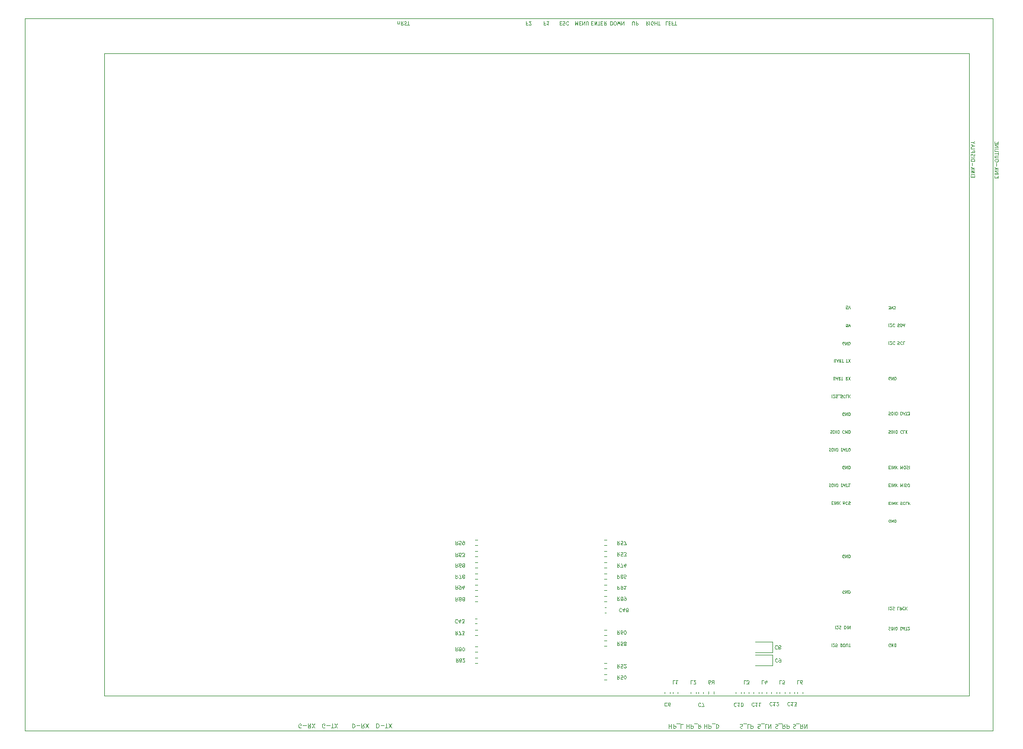
<source format=gbr>
%TF.GenerationSoftware,KiCad,Pcbnew,(5.1.7)-1*%
%TF.CreationDate,2020-12-07T14:22:36+09:00*%
%TF.ProjectId,FlightComputer,466c6967-6874-4436-9f6d-70757465722e,rev?*%
%TF.SameCoordinates,Original*%
%TF.FileFunction,Legend,Bot*%
%TF.FilePolarity,Positive*%
%FSLAX46Y46*%
G04 Gerber Fmt 4.6, Leading zero omitted, Abs format (unit mm)*
G04 Created by KiCad (PCBNEW (5.1.7)-1) date 2020-12-07 14:22:36*
%MOMM*%
%LPD*%
G01*
G04 APERTURE LIST*
%ADD10C,0.040000*%
%ADD11C,0.100000*%
%ADD12C,0.120000*%
G04 APERTURE END LIST*
D10*
X124258142Y-41619047D02*
X124505761Y-41619047D01*
X124372428Y-41466666D01*
X124429571Y-41466666D01*
X124467666Y-41447619D01*
X124486714Y-41428571D01*
X124505761Y-41390476D01*
X124505761Y-41295238D01*
X124486714Y-41257142D01*
X124467666Y-41238095D01*
X124429571Y-41219047D01*
X124315285Y-41219047D01*
X124277190Y-41238095D01*
X124258142Y-41257142D01*
X124620047Y-41619047D02*
X124753380Y-41219047D01*
X124886714Y-41619047D01*
X124981952Y-41619047D02*
X125229571Y-41619047D01*
X125096238Y-41466666D01*
X125153380Y-41466666D01*
X125191476Y-41447619D01*
X125210523Y-41428571D01*
X125229571Y-41390476D01*
X125229571Y-41295238D01*
X125210523Y-41257142D01*
X125191476Y-41238095D01*
X125153380Y-41219047D01*
X125039095Y-41219047D01*
X125001000Y-41238095D01*
X124981952Y-41257142D01*
X124296238Y-43744047D02*
X124296238Y-44144047D01*
X124467666Y-44105952D02*
X124486714Y-44125000D01*
X124524809Y-44144047D01*
X124620047Y-44144047D01*
X124658142Y-44125000D01*
X124677190Y-44105952D01*
X124696238Y-44067857D01*
X124696238Y-44029761D01*
X124677190Y-43972619D01*
X124448619Y-43744047D01*
X124696238Y-43744047D01*
X125096238Y-43782142D02*
X125077190Y-43763095D01*
X125020047Y-43744047D01*
X124981952Y-43744047D01*
X124924809Y-43763095D01*
X124886714Y-43801190D01*
X124867666Y-43839285D01*
X124848619Y-43915476D01*
X124848619Y-43972619D01*
X124867666Y-44048809D01*
X124886714Y-44086904D01*
X124924809Y-44125000D01*
X124981952Y-44144047D01*
X125020047Y-44144047D01*
X125077190Y-44125000D01*
X125096238Y-44105952D01*
X125553380Y-43763095D02*
X125610523Y-43744047D01*
X125705761Y-43744047D01*
X125743857Y-43763095D01*
X125762904Y-43782142D01*
X125781952Y-43820238D01*
X125781952Y-43858333D01*
X125762904Y-43896428D01*
X125743857Y-43915476D01*
X125705761Y-43934523D01*
X125629571Y-43953571D01*
X125591476Y-43972619D01*
X125572428Y-43991666D01*
X125553380Y-44029761D01*
X125553380Y-44067857D01*
X125572428Y-44105952D01*
X125591476Y-44125000D01*
X125629571Y-44144047D01*
X125724809Y-44144047D01*
X125781952Y-44125000D01*
X125953380Y-43744047D02*
X125953380Y-44144047D01*
X126048619Y-44144047D01*
X126105761Y-44125000D01*
X126143857Y-44086904D01*
X126162904Y-44048809D01*
X126181952Y-43972619D01*
X126181952Y-43915476D01*
X126162904Y-43839285D01*
X126143857Y-43801190D01*
X126105761Y-43763095D01*
X126048619Y-43744047D01*
X125953380Y-43744047D01*
X126334333Y-43858333D02*
X126524809Y-43858333D01*
X126296238Y-43744047D02*
X126429571Y-44144047D01*
X126562904Y-43744047D01*
X124296238Y-46269047D02*
X124296238Y-46669047D01*
X124467666Y-46630952D02*
X124486714Y-46650000D01*
X124524809Y-46669047D01*
X124620047Y-46669047D01*
X124658142Y-46650000D01*
X124677190Y-46630952D01*
X124696238Y-46592857D01*
X124696238Y-46554761D01*
X124677190Y-46497619D01*
X124448619Y-46269047D01*
X124696238Y-46269047D01*
X125096238Y-46307142D02*
X125077190Y-46288095D01*
X125020047Y-46269047D01*
X124981952Y-46269047D01*
X124924809Y-46288095D01*
X124886714Y-46326190D01*
X124867666Y-46364285D01*
X124848619Y-46440476D01*
X124848619Y-46497619D01*
X124867666Y-46573809D01*
X124886714Y-46611904D01*
X124924809Y-46650000D01*
X124981952Y-46669047D01*
X125020047Y-46669047D01*
X125077190Y-46650000D01*
X125096238Y-46630952D01*
X125553380Y-46288095D02*
X125610523Y-46269047D01*
X125705761Y-46269047D01*
X125743857Y-46288095D01*
X125762904Y-46307142D01*
X125781952Y-46345238D01*
X125781952Y-46383333D01*
X125762904Y-46421428D01*
X125743857Y-46440476D01*
X125705761Y-46459523D01*
X125629571Y-46478571D01*
X125591476Y-46497619D01*
X125572428Y-46516666D01*
X125553380Y-46554761D01*
X125553380Y-46592857D01*
X125572428Y-46630952D01*
X125591476Y-46650000D01*
X125629571Y-46669047D01*
X125724809Y-46669047D01*
X125781952Y-46650000D01*
X126181952Y-46307142D02*
X126162904Y-46288095D01*
X126105761Y-46269047D01*
X126067666Y-46269047D01*
X126010523Y-46288095D01*
X125972428Y-46326190D01*
X125953380Y-46364285D01*
X125934333Y-46440476D01*
X125934333Y-46497619D01*
X125953380Y-46573809D01*
X125972428Y-46611904D01*
X126010523Y-46650000D01*
X126067666Y-46669047D01*
X126105761Y-46669047D01*
X126162904Y-46650000D01*
X126181952Y-46630952D01*
X126543857Y-46269047D02*
X126353380Y-46269047D01*
X126353380Y-46669047D01*
X124505761Y-51700000D02*
X124467666Y-51719047D01*
X124410523Y-51719047D01*
X124353380Y-51700000D01*
X124315285Y-51661904D01*
X124296238Y-51623809D01*
X124277190Y-51547619D01*
X124277190Y-51490476D01*
X124296238Y-51414285D01*
X124315285Y-51376190D01*
X124353380Y-51338095D01*
X124410523Y-51319047D01*
X124448619Y-51319047D01*
X124505761Y-51338095D01*
X124524809Y-51357142D01*
X124524809Y-51490476D01*
X124448619Y-51490476D01*
X124696238Y-51319047D02*
X124696238Y-51719047D01*
X124924809Y-51319047D01*
X124924809Y-51719047D01*
X125115285Y-51319047D02*
X125115285Y-51719047D01*
X125210523Y-51719047D01*
X125267666Y-51700000D01*
X125305761Y-51661904D01*
X125324809Y-51623809D01*
X125343857Y-51547619D01*
X125343857Y-51490476D01*
X125324809Y-51414285D01*
X125305761Y-51376190D01*
X125267666Y-51338095D01*
X125210523Y-51319047D01*
X125115285Y-51319047D01*
X124277190Y-56363095D02*
X124334333Y-56344047D01*
X124429571Y-56344047D01*
X124467666Y-56363095D01*
X124486714Y-56382142D01*
X124505761Y-56420238D01*
X124505761Y-56458333D01*
X124486714Y-56496428D01*
X124467666Y-56515476D01*
X124429571Y-56534523D01*
X124353380Y-56553571D01*
X124315285Y-56572619D01*
X124296238Y-56591666D01*
X124277190Y-56629761D01*
X124277190Y-56667857D01*
X124296238Y-56705952D01*
X124315285Y-56725000D01*
X124353380Y-56744047D01*
X124448619Y-56744047D01*
X124505761Y-56725000D01*
X124677190Y-56344047D02*
X124677190Y-56744047D01*
X124772428Y-56744047D01*
X124829571Y-56725000D01*
X124867666Y-56686904D01*
X124886714Y-56648809D01*
X124905761Y-56572619D01*
X124905761Y-56515476D01*
X124886714Y-56439285D01*
X124867666Y-56401190D01*
X124829571Y-56363095D01*
X124772428Y-56344047D01*
X124677190Y-56344047D01*
X125077190Y-56344047D02*
X125077190Y-56744047D01*
X125343857Y-56744047D02*
X125420047Y-56744047D01*
X125458142Y-56725000D01*
X125496238Y-56686904D01*
X125515285Y-56610714D01*
X125515285Y-56477380D01*
X125496238Y-56401190D01*
X125458142Y-56363095D01*
X125420047Y-56344047D01*
X125343857Y-56344047D01*
X125305761Y-56363095D01*
X125267666Y-56401190D01*
X125248619Y-56477380D01*
X125248619Y-56610714D01*
X125267666Y-56686904D01*
X125305761Y-56725000D01*
X125343857Y-56744047D01*
X125991476Y-56344047D02*
X125991476Y-56744047D01*
X126086714Y-56744047D01*
X126143857Y-56725000D01*
X126181952Y-56686904D01*
X126201000Y-56648809D01*
X126220047Y-56572619D01*
X126220047Y-56515476D01*
X126201000Y-56439285D01*
X126181952Y-56401190D01*
X126143857Y-56363095D01*
X126086714Y-56344047D01*
X125991476Y-56344047D01*
X126372428Y-56458333D02*
X126562904Y-56458333D01*
X126334333Y-56344047D02*
X126467666Y-56744047D01*
X126601000Y-56344047D01*
X126677190Y-56744047D02*
X126905761Y-56744047D01*
X126791476Y-56344047D02*
X126791476Y-56744047D01*
X127001000Y-56744047D02*
X127248619Y-56744047D01*
X127115285Y-56591666D01*
X127172428Y-56591666D01*
X127210523Y-56572619D01*
X127229571Y-56553571D01*
X127248619Y-56515476D01*
X127248619Y-56420238D01*
X127229571Y-56382142D01*
X127210523Y-56363095D01*
X127172428Y-56344047D01*
X127058142Y-56344047D01*
X127020047Y-56363095D01*
X127001000Y-56382142D01*
X124252190Y-58988095D02*
X124309333Y-58969047D01*
X124404571Y-58969047D01*
X124442666Y-58988095D01*
X124461714Y-59007142D01*
X124480761Y-59045238D01*
X124480761Y-59083333D01*
X124461714Y-59121428D01*
X124442666Y-59140476D01*
X124404571Y-59159523D01*
X124328380Y-59178571D01*
X124290285Y-59197619D01*
X124271238Y-59216666D01*
X124252190Y-59254761D01*
X124252190Y-59292857D01*
X124271238Y-59330952D01*
X124290285Y-59350000D01*
X124328380Y-59369047D01*
X124423619Y-59369047D01*
X124480761Y-59350000D01*
X124652190Y-58969047D02*
X124652190Y-59369047D01*
X124747428Y-59369047D01*
X124804571Y-59350000D01*
X124842666Y-59311904D01*
X124861714Y-59273809D01*
X124880761Y-59197619D01*
X124880761Y-59140476D01*
X124861714Y-59064285D01*
X124842666Y-59026190D01*
X124804571Y-58988095D01*
X124747428Y-58969047D01*
X124652190Y-58969047D01*
X125052190Y-58969047D02*
X125052190Y-59369047D01*
X125318857Y-59369047D02*
X125395047Y-59369047D01*
X125433142Y-59350000D01*
X125471238Y-59311904D01*
X125490285Y-59235714D01*
X125490285Y-59102380D01*
X125471238Y-59026190D01*
X125433142Y-58988095D01*
X125395047Y-58969047D01*
X125318857Y-58969047D01*
X125280761Y-58988095D01*
X125242666Y-59026190D01*
X125223619Y-59102380D01*
X125223619Y-59235714D01*
X125242666Y-59311904D01*
X125280761Y-59350000D01*
X125318857Y-59369047D01*
X126195047Y-59007142D02*
X126176000Y-58988095D01*
X126118857Y-58969047D01*
X126080761Y-58969047D01*
X126023619Y-58988095D01*
X125985523Y-59026190D01*
X125966476Y-59064285D01*
X125947428Y-59140476D01*
X125947428Y-59197619D01*
X125966476Y-59273809D01*
X125985523Y-59311904D01*
X126023619Y-59350000D01*
X126080761Y-59369047D01*
X126118857Y-59369047D01*
X126176000Y-59350000D01*
X126195047Y-59330952D01*
X126556952Y-58969047D02*
X126366476Y-58969047D01*
X126366476Y-59369047D01*
X126690285Y-58969047D02*
X126690285Y-59369047D01*
X126918857Y-58969047D02*
X126747428Y-59197619D01*
X126918857Y-59369047D02*
X126690285Y-59140476D01*
X124296238Y-64253571D02*
X124429571Y-64253571D01*
X124486714Y-64044047D02*
X124296238Y-64044047D01*
X124296238Y-64444047D01*
X124486714Y-64444047D01*
X124658142Y-64044047D02*
X124658142Y-64444047D01*
X124848619Y-64044047D02*
X124848619Y-64444047D01*
X125077190Y-64044047D01*
X125077190Y-64444047D01*
X125267666Y-64044047D02*
X125267666Y-64444047D01*
X125496238Y-64044047D02*
X125324809Y-64272619D01*
X125496238Y-64444047D02*
X125267666Y-64215476D01*
X125972428Y-64044047D02*
X125972428Y-64444047D01*
X126105761Y-64158333D01*
X126239095Y-64444047D01*
X126239095Y-64044047D01*
X126505761Y-64444047D02*
X126581952Y-64444047D01*
X126620047Y-64425000D01*
X126658142Y-64386904D01*
X126677190Y-64310714D01*
X126677190Y-64177380D01*
X126658142Y-64101190D01*
X126620047Y-64063095D01*
X126581952Y-64044047D01*
X126505761Y-64044047D01*
X126467666Y-64063095D01*
X126429571Y-64101190D01*
X126410523Y-64177380D01*
X126410523Y-64310714D01*
X126429571Y-64386904D01*
X126467666Y-64425000D01*
X126505761Y-64444047D01*
X126829571Y-64063095D02*
X126886714Y-64044047D01*
X126981952Y-64044047D01*
X127020047Y-64063095D01*
X127039095Y-64082142D01*
X127058142Y-64120238D01*
X127058142Y-64158333D01*
X127039095Y-64196428D01*
X127020047Y-64215476D01*
X126981952Y-64234523D01*
X126905761Y-64253571D01*
X126867666Y-64272619D01*
X126848619Y-64291666D01*
X126829571Y-64329761D01*
X126829571Y-64367857D01*
X126848619Y-64405952D01*
X126867666Y-64425000D01*
X126905761Y-64444047D01*
X127001000Y-64444047D01*
X127058142Y-64425000D01*
X127229571Y-64044047D02*
X127229571Y-64444047D01*
X124296238Y-66803571D02*
X124429571Y-66803571D01*
X124486714Y-66594047D02*
X124296238Y-66594047D01*
X124296238Y-66994047D01*
X124486714Y-66994047D01*
X124658142Y-66594047D02*
X124658142Y-66994047D01*
X124848619Y-66594047D02*
X124848619Y-66994047D01*
X125077190Y-66594047D01*
X125077190Y-66994047D01*
X125267666Y-66594047D02*
X125267666Y-66994047D01*
X125496238Y-66594047D02*
X125324809Y-66822619D01*
X125496238Y-66994047D02*
X125267666Y-66765476D01*
X125972428Y-66594047D02*
X125972428Y-66994047D01*
X126105761Y-66708333D01*
X126239095Y-66994047D01*
X126239095Y-66594047D01*
X126429571Y-66594047D02*
X126429571Y-66994047D01*
X126601000Y-66613095D02*
X126658142Y-66594047D01*
X126753380Y-66594047D01*
X126791476Y-66613095D01*
X126810523Y-66632142D01*
X126829571Y-66670238D01*
X126829571Y-66708333D01*
X126810523Y-66746428D01*
X126791476Y-66765476D01*
X126753380Y-66784523D01*
X126677190Y-66803571D01*
X126639095Y-66822619D01*
X126620047Y-66841666D01*
X126601000Y-66879761D01*
X126601000Y-66917857D01*
X126620047Y-66955952D01*
X126639095Y-66975000D01*
X126677190Y-66994047D01*
X126772428Y-66994047D01*
X126829571Y-66975000D01*
X127077190Y-66994047D02*
X127153380Y-66994047D01*
X127191476Y-66975000D01*
X127229571Y-66936904D01*
X127248619Y-66860714D01*
X127248619Y-66727380D01*
X127229571Y-66651190D01*
X127191476Y-66613095D01*
X127153380Y-66594047D01*
X127077190Y-66594047D01*
X127039095Y-66613095D01*
X127001000Y-66651190D01*
X126981952Y-66727380D01*
X126981952Y-66860714D01*
X127001000Y-66936904D01*
X127039095Y-66975000D01*
X127077190Y-66994047D01*
X124296238Y-69378571D02*
X124429571Y-69378571D01*
X124486714Y-69169047D02*
X124296238Y-69169047D01*
X124296238Y-69569047D01*
X124486714Y-69569047D01*
X124658142Y-69169047D02*
X124658142Y-69569047D01*
X124848619Y-69169047D02*
X124848619Y-69569047D01*
X125077190Y-69169047D01*
X125077190Y-69569047D01*
X125267666Y-69169047D02*
X125267666Y-69569047D01*
X125496238Y-69169047D02*
X125324809Y-69397619D01*
X125496238Y-69569047D02*
X125267666Y-69340476D01*
X125953380Y-69188095D02*
X126010523Y-69169047D01*
X126105761Y-69169047D01*
X126143857Y-69188095D01*
X126162904Y-69207142D01*
X126181952Y-69245238D01*
X126181952Y-69283333D01*
X126162904Y-69321428D01*
X126143857Y-69340476D01*
X126105761Y-69359523D01*
X126029571Y-69378571D01*
X125991476Y-69397619D01*
X125972428Y-69416666D01*
X125953380Y-69454761D01*
X125953380Y-69492857D01*
X125972428Y-69530952D01*
X125991476Y-69550000D01*
X126029571Y-69569047D01*
X126124809Y-69569047D01*
X126181952Y-69550000D01*
X126581952Y-69207142D02*
X126562904Y-69188095D01*
X126505761Y-69169047D01*
X126467666Y-69169047D01*
X126410523Y-69188095D01*
X126372428Y-69226190D01*
X126353380Y-69264285D01*
X126334333Y-69340476D01*
X126334333Y-69397619D01*
X126353380Y-69473809D01*
X126372428Y-69511904D01*
X126410523Y-69550000D01*
X126467666Y-69569047D01*
X126505761Y-69569047D01*
X126562904Y-69550000D01*
X126581952Y-69530952D01*
X126943857Y-69169047D02*
X126753380Y-69169047D01*
X126753380Y-69569047D01*
X127077190Y-69169047D02*
X127077190Y-69569047D01*
X127305761Y-69169047D02*
X127134333Y-69397619D01*
X127305761Y-69569047D02*
X127077190Y-69340476D01*
X124505761Y-72075000D02*
X124467666Y-72094047D01*
X124410523Y-72094047D01*
X124353380Y-72075000D01*
X124315285Y-72036904D01*
X124296238Y-71998809D01*
X124277190Y-71922619D01*
X124277190Y-71865476D01*
X124296238Y-71789285D01*
X124315285Y-71751190D01*
X124353380Y-71713095D01*
X124410523Y-71694047D01*
X124448619Y-71694047D01*
X124505761Y-71713095D01*
X124524809Y-71732142D01*
X124524809Y-71865476D01*
X124448619Y-71865476D01*
X124696238Y-71694047D02*
X124696238Y-72094047D01*
X124924809Y-71694047D01*
X124924809Y-72094047D01*
X125115285Y-71694047D02*
X125115285Y-72094047D01*
X125210523Y-72094047D01*
X125267666Y-72075000D01*
X125305761Y-72036904D01*
X125324809Y-71998809D01*
X125343857Y-71922619D01*
X125343857Y-71865476D01*
X125324809Y-71789285D01*
X125305761Y-71751190D01*
X125267666Y-71713095D01*
X125210523Y-71694047D01*
X125115285Y-71694047D01*
X124296238Y-84169047D02*
X124296238Y-84569047D01*
X124467666Y-84530952D02*
X124486714Y-84550000D01*
X124524809Y-84569047D01*
X124620047Y-84569047D01*
X124658142Y-84550000D01*
X124677190Y-84530952D01*
X124696238Y-84492857D01*
X124696238Y-84454761D01*
X124677190Y-84397619D01*
X124448619Y-84169047D01*
X124696238Y-84169047D01*
X124848619Y-84188095D02*
X124905761Y-84169047D01*
X125001000Y-84169047D01*
X125039095Y-84188095D01*
X125058142Y-84207142D01*
X125077190Y-84245238D01*
X125077190Y-84283333D01*
X125058142Y-84321428D01*
X125039095Y-84340476D01*
X125001000Y-84359523D01*
X124924809Y-84378571D01*
X124886714Y-84397619D01*
X124867666Y-84416666D01*
X124848619Y-84454761D01*
X124848619Y-84492857D01*
X124867666Y-84530952D01*
X124886714Y-84550000D01*
X124924809Y-84569047D01*
X125020047Y-84569047D01*
X125077190Y-84550000D01*
X125743857Y-84169047D02*
X125553380Y-84169047D01*
X125553380Y-84569047D01*
X126105761Y-84169047D02*
X125972428Y-84359523D01*
X125877190Y-84169047D02*
X125877190Y-84569047D01*
X126029571Y-84569047D01*
X126067666Y-84550000D01*
X126086714Y-84530952D01*
X126105761Y-84492857D01*
X126105761Y-84435714D01*
X126086714Y-84397619D01*
X126067666Y-84378571D01*
X126029571Y-84359523D01*
X125877190Y-84359523D01*
X126505761Y-84207142D02*
X126486714Y-84188095D01*
X126429571Y-84169047D01*
X126391476Y-84169047D01*
X126334333Y-84188095D01*
X126296238Y-84226190D01*
X126277190Y-84264285D01*
X126258142Y-84340476D01*
X126258142Y-84397619D01*
X126277190Y-84473809D01*
X126296238Y-84511904D01*
X126334333Y-84550000D01*
X126391476Y-84569047D01*
X126429571Y-84569047D01*
X126486714Y-84550000D01*
X126505761Y-84530952D01*
X126677190Y-84169047D02*
X126677190Y-84569047D01*
X126905761Y-84169047D02*
X126734333Y-84397619D01*
X126905761Y-84569047D02*
X126677190Y-84340476D01*
X124252190Y-87063095D02*
X124309333Y-87044047D01*
X124404571Y-87044047D01*
X124442666Y-87063095D01*
X124461714Y-87082142D01*
X124480761Y-87120238D01*
X124480761Y-87158333D01*
X124461714Y-87196428D01*
X124442666Y-87215476D01*
X124404571Y-87234523D01*
X124328380Y-87253571D01*
X124290285Y-87272619D01*
X124271238Y-87291666D01*
X124252190Y-87329761D01*
X124252190Y-87367857D01*
X124271238Y-87405952D01*
X124290285Y-87425000D01*
X124328380Y-87444047D01*
X124423619Y-87444047D01*
X124480761Y-87425000D01*
X124652190Y-87044047D02*
X124652190Y-87444047D01*
X124747428Y-87444047D01*
X124804571Y-87425000D01*
X124842666Y-87386904D01*
X124861714Y-87348809D01*
X124880761Y-87272619D01*
X124880761Y-87215476D01*
X124861714Y-87139285D01*
X124842666Y-87101190D01*
X124804571Y-87063095D01*
X124747428Y-87044047D01*
X124652190Y-87044047D01*
X125052190Y-87044047D02*
X125052190Y-87444047D01*
X125318857Y-87444047D02*
X125395047Y-87444047D01*
X125433142Y-87425000D01*
X125471238Y-87386904D01*
X125490285Y-87310714D01*
X125490285Y-87177380D01*
X125471238Y-87101190D01*
X125433142Y-87063095D01*
X125395047Y-87044047D01*
X125318857Y-87044047D01*
X125280761Y-87063095D01*
X125242666Y-87101190D01*
X125223619Y-87177380D01*
X125223619Y-87310714D01*
X125242666Y-87386904D01*
X125280761Y-87425000D01*
X125318857Y-87444047D01*
X125966476Y-87044047D02*
X125966476Y-87444047D01*
X126061714Y-87444047D01*
X126118857Y-87425000D01*
X126156952Y-87386904D01*
X126176000Y-87348809D01*
X126195047Y-87272619D01*
X126195047Y-87215476D01*
X126176000Y-87139285D01*
X126156952Y-87101190D01*
X126118857Y-87063095D01*
X126061714Y-87044047D01*
X125966476Y-87044047D01*
X126347428Y-87158333D02*
X126537904Y-87158333D01*
X126309333Y-87044047D02*
X126442666Y-87444047D01*
X126576000Y-87044047D01*
X126652190Y-87444047D02*
X126880761Y-87444047D01*
X126766476Y-87044047D02*
X126766476Y-87444047D01*
X126995047Y-87405952D02*
X127014095Y-87425000D01*
X127052190Y-87444047D01*
X127147428Y-87444047D01*
X127185523Y-87425000D01*
X127204571Y-87405952D01*
X127223619Y-87367857D01*
X127223619Y-87329761D01*
X127204571Y-87272619D01*
X126976000Y-87044047D01*
X127223619Y-87044047D01*
X124480761Y-89825000D02*
X124442666Y-89844047D01*
X124385523Y-89844047D01*
X124328380Y-89825000D01*
X124290285Y-89786904D01*
X124271238Y-89748809D01*
X124252190Y-89672619D01*
X124252190Y-89615476D01*
X124271238Y-89539285D01*
X124290285Y-89501190D01*
X124328380Y-89463095D01*
X124385523Y-89444047D01*
X124423619Y-89444047D01*
X124480761Y-89463095D01*
X124499809Y-89482142D01*
X124499809Y-89615476D01*
X124423619Y-89615476D01*
X124671238Y-89444047D02*
X124671238Y-89844047D01*
X124899809Y-89444047D01*
X124899809Y-89844047D01*
X125090285Y-89444047D02*
X125090285Y-89844047D01*
X125185523Y-89844047D01*
X125242666Y-89825000D01*
X125280761Y-89786904D01*
X125299809Y-89748809D01*
X125318857Y-89672619D01*
X125318857Y-89615476D01*
X125299809Y-89539285D01*
X125280761Y-89501190D01*
X125242666Y-89463095D01*
X125185523Y-89444047D01*
X125090285Y-89444047D01*
X116119238Y-89469047D02*
X116119238Y-89869047D01*
X116290666Y-89830952D02*
X116309714Y-89850000D01*
X116347809Y-89869047D01*
X116443047Y-89869047D01*
X116481142Y-89850000D01*
X116500190Y-89830952D01*
X116519238Y-89792857D01*
X116519238Y-89754761D01*
X116500190Y-89697619D01*
X116271619Y-89469047D01*
X116519238Y-89469047D01*
X116671619Y-89488095D02*
X116728761Y-89469047D01*
X116824000Y-89469047D01*
X116862095Y-89488095D01*
X116881142Y-89507142D01*
X116900190Y-89545238D01*
X116900190Y-89583333D01*
X116881142Y-89621428D01*
X116862095Y-89640476D01*
X116824000Y-89659523D01*
X116747809Y-89678571D01*
X116709714Y-89697619D01*
X116690666Y-89716666D01*
X116671619Y-89754761D01*
X116671619Y-89792857D01*
X116690666Y-89830952D01*
X116709714Y-89850000D01*
X116747809Y-89869047D01*
X116843047Y-89869047D01*
X116900190Y-89850000D01*
X117376380Y-89469047D02*
X117376380Y-89869047D01*
X117471619Y-89869047D01*
X117528761Y-89850000D01*
X117566857Y-89811904D01*
X117585904Y-89773809D01*
X117604952Y-89697619D01*
X117604952Y-89640476D01*
X117585904Y-89564285D01*
X117566857Y-89526190D01*
X117528761Y-89488095D01*
X117471619Y-89469047D01*
X117376380Y-89469047D01*
X117852571Y-89869047D02*
X117928761Y-89869047D01*
X117966857Y-89850000D01*
X118004952Y-89811904D01*
X118024000Y-89735714D01*
X118024000Y-89602380D01*
X118004952Y-89526190D01*
X117966857Y-89488095D01*
X117928761Y-89469047D01*
X117852571Y-89469047D01*
X117814476Y-89488095D01*
X117776380Y-89526190D01*
X117757333Y-89602380D01*
X117757333Y-89735714D01*
X117776380Y-89811904D01*
X117814476Y-89850000D01*
X117852571Y-89869047D01*
X118195428Y-89869047D02*
X118195428Y-89545238D01*
X118214476Y-89507142D01*
X118233523Y-89488095D01*
X118271619Y-89469047D01*
X118347809Y-89469047D01*
X118385904Y-89488095D01*
X118404952Y-89507142D01*
X118424000Y-89545238D01*
X118424000Y-89869047D01*
X118557333Y-89869047D02*
X118785904Y-89869047D01*
X118671619Y-89469047D02*
X118671619Y-89869047D01*
X116652571Y-86894047D02*
X116652571Y-87294047D01*
X116824000Y-87255952D02*
X116843047Y-87275000D01*
X116881142Y-87294047D01*
X116976380Y-87294047D01*
X117014476Y-87275000D01*
X117033523Y-87255952D01*
X117052571Y-87217857D01*
X117052571Y-87179761D01*
X117033523Y-87122619D01*
X116804952Y-86894047D01*
X117052571Y-86894047D01*
X117204952Y-86913095D02*
X117262095Y-86894047D01*
X117357333Y-86894047D01*
X117395428Y-86913095D01*
X117414476Y-86932142D01*
X117433523Y-86970238D01*
X117433523Y-87008333D01*
X117414476Y-87046428D01*
X117395428Y-87065476D01*
X117357333Y-87084523D01*
X117281142Y-87103571D01*
X117243047Y-87122619D01*
X117224000Y-87141666D01*
X117204952Y-87179761D01*
X117204952Y-87217857D01*
X117224000Y-87255952D01*
X117243047Y-87275000D01*
X117281142Y-87294047D01*
X117376380Y-87294047D01*
X117433523Y-87275000D01*
X117909714Y-86894047D02*
X117909714Y-87294047D01*
X118004952Y-87294047D01*
X118062095Y-87275000D01*
X118100190Y-87236904D01*
X118119238Y-87198809D01*
X118138285Y-87122619D01*
X118138285Y-87065476D01*
X118119238Y-86989285D01*
X118100190Y-86951190D01*
X118062095Y-86913095D01*
X118004952Y-86894047D01*
X117909714Y-86894047D01*
X118309714Y-86894047D02*
X118309714Y-87294047D01*
X118500190Y-86894047D02*
X118500190Y-87294047D01*
X118728761Y-86894047D01*
X118728761Y-87294047D01*
X117909714Y-82225000D02*
X117871619Y-82244047D01*
X117814476Y-82244047D01*
X117757333Y-82225000D01*
X117719238Y-82186904D01*
X117700190Y-82148809D01*
X117681142Y-82072619D01*
X117681142Y-82015476D01*
X117700190Y-81939285D01*
X117719238Y-81901190D01*
X117757333Y-81863095D01*
X117814476Y-81844047D01*
X117852571Y-81844047D01*
X117909714Y-81863095D01*
X117928761Y-81882142D01*
X117928761Y-82015476D01*
X117852571Y-82015476D01*
X118100190Y-81844047D02*
X118100190Y-82244047D01*
X118328761Y-81844047D01*
X118328761Y-82244047D01*
X118519238Y-81844047D02*
X118519238Y-82244047D01*
X118614476Y-82244047D01*
X118671619Y-82225000D01*
X118709714Y-82186904D01*
X118728761Y-82148809D01*
X118747809Y-82072619D01*
X118747809Y-82015476D01*
X118728761Y-81939285D01*
X118709714Y-81901190D01*
X118671619Y-81863095D01*
X118614476Y-81844047D01*
X118519238Y-81844047D01*
X117909714Y-77125000D02*
X117871619Y-77144047D01*
X117814476Y-77144047D01*
X117757333Y-77125000D01*
X117719238Y-77086904D01*
X117700190Y-77048809D01*
X117681142Y-76972619D01*
X117681142Y-76915476D01*
X117700190Y-76839285D01*
X117719238Y-76801190D01*
X117757333Y-76763095D01*
X117814476Y-76744047D01*
X117852571Y-76744047D01*
X117909714Y-76763095D01*
X117928761Y-76782142D01*
X117928761Y-76915476D01*
X117852571Y-76915476D01*
X118100190Y-76744047D02*
X118100190Y-77144047D01*
X118328761Y-76744047D01*
X118328761Y-77144047D01*
X118519238Y-76744047D02*
X118519238Y-77144047D01*
X118614476Y-77144047D01*
X118671619Y-77125000D01*
X118709714Y-77086904D01*
X118728761Y-77048809D01*
X118747809Y-76972619D01*
X118747809Y-76915476D01*
X118728761Y-76839285D01*
X118709714Y-76801190D01*
X118671619Y-76763095D01*
X118614476Y-76744047D01*
X118519238Y-76744047D01*
X116100190Y-69353571D02*
X116233523Y-69353571D01*
X116290666Y-69144047D02*
X116100190Y-69144047D01*
X116100190Y-69544047D01*
X116290666Y-69544047D01*
X116462095Y-69144047D02*
X116462095Y-69544047D01*
X116652571Y-69144047D02*
X116652571Y-69544047D01*
X116881142Y-69144047D01*
X116881142Y-69544047D01*
X117071619Y-69144047D02*
X117071619Y-69544047D01*
X117300190Y-69144047D02*
X117128761Y-69372619D01*
X117300190Y-69544047D02*
X117071619Y-69315476D01*
X117776380Y-69410714D02*
X117776380Y-69144047D01*
X117776380Y-69372619D02*
X117795428Y-69391666D01*
X117833523Y-69410714D01*
X117890666Y-69410714D01*
X117928761Y-69391666D01*
X117947809Y-69353571D01*
X117947809Y-69144047D01*
X118366857Y-69182142D02*
X118347809Y-69163095D01*
X118290666Y-69144047D01*
X118252571Y-69144047D01*
X118195428Y-69163095D01*
X118157333Y-69201190D01*
X118138285Y-69239285D01*
X118119238Y-69315476D01*
X118119238Y-69372619D01*
X118138285Y-69448809D01*
X118157333Y-69486904D01*
X118195428Y-69525000D01*
X118252571Y-69544047D01*
X118290666Y-69544047D01*
X118347809Y-69525000D01*
X118366857Y-69505952D01*
X118519238Y-69163095D02*
X118576380Y-69144047D01*
X118671619Y-69144047D01*
X118709714Y-69163095D01*
X118728761Y-69182142D01*
X118747809Y-69220238D01*
X118747809Y-69258333D01*
X118728761Y-69296428D01*
X118709714Y-69315476D01*
X118671619Y-69334523D01*
X118595428Y-69353571D01*
X118557333Y-69372619D01*
X118538285Y-69391666D01*
X118519238Y-69429761D01*
X118519238Y-69467857D01*
X118538285Y-69505952D01*
X118557333Y-69525000D01*
X118595428Y-69544047D01*
X118690666Y-69544047D01*
X118747809Y-69525000D01*
X115776380Y-66613095D02*
X115833523Y-66594047D01*
X115928761Y-66594047D01*
X115966857Y-66613095D01*
X115985904Y-66632142D01*
X116004952Y-66670238D01*
X116004952Y-66708333D01*
X115985904Y-66746428D01*
X115966857Y-66765476D01*
X115928761Y-66784523D01*
X115852571Y-66803571D01*
X115814476Y-66822619D01*
X115795428Y-66841666D01*
X115776380Y-66879761D01*
X115776380Y-66917857D01*
X115795428Y-66955952D01*
X115814476Y-66975000D01*
X115852571Y-66994047D01*
X115947809Y-66994047D01*
X116004952Y-66975000D01*
X116176380Y-66594047D02*
X116176380Y-66994047D01*
X116271619Y-66994047D01*
X116328761Y-66975000D01*
X116366857Y-66936904D01*
X116385904Y-66898809D01*
X116404952Y-66822619D01*
X116404952Y-66765476D01*
X116385904Y-66689285D01*
X116366857Y-66651190D01*
X116328761Y-66613095D01*
X116271619Y-66594047D01*
X116176380Y-66594047D01*
X116576380Y-66594047D02*
X116576380Y-66994047D01*
X116843047Y-66994047D02*
X116919238Y-66994047D01*
X116957333Y-66975000D01*
X116995428Y-66936904D01*
X117014476Y-66860714D01*
X117014476Y-66727380D01*
X116995428Y-66651190D01*
X116957333Y-66613095D01*
X116919238Y-66594047D01*
X116843047Y-66594047D01*
X116804952Y-66613095D01*
X116766857Y-66651190D01*
X116747809Y-66727380D01*
X116747809Y-66860714D01*
X116766857Y-66936904D01*
X116804952Y-66975000D01*
X116843047Y-66994047D01*
X117490666Y-66594047D02*
X117490666Y-66994047D01*
X117585904Y-66994047D01*
X117643047Y-66975000D01*
X117681142Y-66936904D01*
X117700190Y-66898809D01*
X117719238Y-66822619D01*
X117719238Y-66765476D01*
X117700190Y-66689285D01*
X117681142Y-66651190D01*
X117643047Y-66613095D01*
X117585904Y-66594047D01*
X117490666Y-66594047D01*
X117871619Y-66708333D02*
X118062095Y-66708333D01*
X117833523Y-66594047D02*
X117966857Y-66994047D01*
X118100190Y-66594047D01*
X118176380Y-66994047D02*
X118404952Y-66994047D01*
X118290666Y-66594047D02*
X118290666Y-66994047D01*
X118747809Y-66594047D02*
X118519238Y-66594047D01*
X118633523Y-66594047D02*
X118633523Y-66994047D01*
X118595428Y-66936904D01*
X118557333Y-66898809D01*
X118519238Y-66879761D01*
X117909714Y-64425000D02*
X117871619Y-64444047D01*
X117814476Y-64444047D01*
X117757333Y-64425000D01*
X117719238Y-64386904D01*
X117700190Y-64348809D01*
X117681142Y-64272619D01*
X117681142Y-64215476D01*
X117700190Y-64139285D01*
X117719238Y-64101190D01*
X117757333Y-64063095D01*
X117814476Y-64044047D01*
X117852571Y-64044047D01*
X117909714Y-64063095D01*
X117928761Y-64082142D01*
X117928761Y-64215476D01*
X117852571Y-64215476D01*
X118100190Y-64044047D02*
X118100190Y-64444047D01*
X118328761Y-64044047D01*
X118328761Y-64444047D01*
X118519238Y-64044047D02*
X118519238Y-64444047D01*
X118614476Y-64444047D01*
X118671619Y-64425000D01*
X118709714Y-64386904D01*
X118728761Y-64348809D01*
X118747809Y-64272619D01*
X118747809Y-64215476D01*
X118728761Y-64139285D01*
X118709714Y-64101190D01*
X118671619Y-64063095D01*
X118614476Y-64044047D01*
X118519238Y-64044047D01*
X115776380Y-61538095D02*
X115833523Y-61519047D01*
X115928761Y-61519047D01*
X115966857Y-61538095D01*
X115985904Y-61557142D01*
X116004952Y-61595238D01*
X116004952Y-61633333D01*
X115985904Y-61671428D01*
X115966857Y-61690476D01*
X115928761Y-61709523D01*
X115852571Y-61728571D01*
X115814476Y-61747619D01*
X115795428Y-61766666D01*
X115776380Y-61804761D01*
X115776380Y-61842857D01*
X115795428Y-61880952D01*
X115814476Y-61900000D01*
X115852571Y-61919047D01*
X115947809Y-61919047D01*
X116004952Y-61900000D01*
X116176380Y-61519047D02*
X116176380Y-61919047D01*
X116271619Y-61919047D01*
X116328761Y-61900000D01*
X116366857Y-61861904D01*
X116385904Y-61823809D01*
X116404952Y-61747619D01*
X116404952Y-61690476D01*
X116385904Y-61614285D01*
X116366857Y-61576190D01*
X116328761Y-61538095D01*
X116271619Y-61519047D01*
X116176380Y-61519047D01*
X116576380Y-61519047D02*
X116576380Y-61919047D01*
X116843047Y-61919047D02*
X116919238Y-61919047D01*
X116957333Y-61900000D01*
X116995428Y-61861904D01*
X117014476Y-61785714D01*
X117014476Y-61652380D01*
X116995428Y-61576190D01*
X116957333Y-61538095D01*
X116919238Y-61519047D01*
X116843047Y-61519047D01*
X116804952Y-61538095D01*
X116766857Y-61576190D01*
X116747809Y-61652380D01*
X116747809Y-61785714D01*
X116766857Y-61861904D01*
X116804952Y-61900000D01*
X116843047Y-61919047D01*
X117490666Y-61519047D02*
X117490666Y-61919047D01*
X117585904Y-61919047D01*
X117643047Y-61900000D01*
X117681142Y-61861904D01*
X117700190Y-61823809D01*
X117719238Y-61747619D01*
X117719238Y-61690476D01*
X117700190Y-61614285D01*
X117681142Y-61576190D01*
X117643047Y-61538095D01*
X117585904Y-61519047D01*
X117490666Y-61519047D01*
X117871619Y-61633333D02*
X118062095Y-61633333D01*
X117833523Y-61519047D02*
X117966857Y-61919047D01*
X118100190Y-61519047D01*
X118176380Y-61919047D02*
X118404952Y-61919047D01*
X118290666Y-61519047D02*
X118290666Y-61919047D01*
X118614476Y-61919047D02*
X118652571Y-61919047D01*
X118690666Y-61900000D01*
X118709714Y-61880952D01*
X118728761Y-61842857D01*
X118747809Y-61766666D01*
X118747809Y-61671428D01*
X118728761Y-61595238D01*
X118709714Y-61557142D01*
X118690666Y-61538095D01*
X118652571Y-61519047D01*
X118614476Y-61519047D01*
X118576380Y-61538095D01*
X118557333Y-61557142D01*
X118538285Y-61595238D01*
X118519238Y-61671428D01*
X118519238Y-61766666D01*
X118538285Y-61842857D01*
X118557333Y-61880952D01*
X118576380Y-61900000D01*
X118614476Y-61919047D01*
X115947809Y-58988095D02*
X116004952Y-58969047D01*
X116100190Y-58969047D01*
X116138285Y-58988095D01*
X116157333Y-59007142D01*
X116176380Y-59045238D01*
X116176380Y-59083333D01*
X116157333Y-59121428D01*
X116138285Y-59140476D01*
X116100190Y-59159523D01*
X116024000Y-59178571D01*
X115985904Y-59197619D01*
X115966857Y-59216666D01*
X115947809Y-59254761D01*
X115947809Y-59292857D01*
X115966857Y-59330952D01*
X115985904Y-59350000D01*
X116024000Y-59369047D01*
X116119238Y-59369047D01*
X116176380Y-59350000D01*
X116347809Y-58969047D02*
X116347809Y-59369047D01*
X116443047Y-59369047D01*
X116500190Y-59350000D01*
X116538285Y-59311904D01*
X116557333Y-59273809D01*
X116576380Y-59197619D01*
X116576380Y-59140476D01*
X116557333Y-59064285D01*
X116538285Y-59026190D01*
X116500190Y-58988095D01*
X116443047Y-58969047D01*
X116347809Y-58969047D01*
X116747809Y-58969047D02*
X116747809Y-59369047D01*
X117014476Y-59369047D02*
X117090666Y-59369047D01*
X117128761Y-59350000D01*
X117166857Y-59311904D01*
X117185904Y-59235714D01*
X117185904Y-59102380D01*
X117166857Y-59026190D01*
X117128761Y-58988095D01*
X117090666Y-58969047D01*
X117014476Y-58969047D01*
X116976380Y-58988095D01*
X116938285Y-59026190D01*
X116919238Y-59102380D01*
X116919238Y-59235714D01*
X116938285Y-59311904D01*
X116976380Y-59350000D01*
X117014476Y-59369047D01*
X117890666Y-59007142D02*
X117871619Y-58988095D01*
X117814476Y-58969047D01*
X117776380Y-58969047D01*
X117719238Y-58988095D01*
X117681142Y-59026190D01*
X117662095Y-59064285D01*
X117643047Y-59140476D01*
X117643047Y-59197619D01*
X117662095Y-59273809D01*
X117681142Y-59311904D01*
X117719238Y-59350000D01*
X117776380Y-59369047D01*
X117814476Y-59369047D01*
X117871619Y-59350000D01*
X117890666Y-59330952D01*
X118062095Y-58969047D02*
X118062095Y-59369047D01*
X118195428Y-59083333D01*
X118328761Y-59369047D01*
X118328761Y-58969047D01*
X118519238Y-58969047D02*
X118519238Y-59369047D01*
X118614476Y-59369047D01*
X118671619Y-59350000D01*
X118709714Y-59311904D01*
X118728761Y-59273809D01*
X118747809Y-59197619D01*
X118747809Y-59140476D01*
X118728761Y-59064285D01*
X118709714Y-59026190D01*
X118671619Y-58988095D01*
X118614476Y-58969047D01*
X118519238Y-58969047D01*
X117909714Y-56800000D02*
X117871619Y-56819047D01*
X117814476Y-56819047D01*
X117757333Y-56800000D01*
X117719238Y-56761904D01*
X117700190Y-56723809D01*
X117681142Y-56647619D01*
X117681142Y-56590476D01*
X117700190Y-56514285D01*
X117719238Y-56476190D01*
X117757333Y-56438095D01*
X117814476Y-56419047D01*
X117852571Y-56419047D01*
X117909714Y-56438095D01*
X117928761Y-56457142D01*
X117928761Y-56590476D01*
X117852571Y-56590476D01*
X118100190Y-56419047D02*
X118100190Y-56819047D01*
X118328761Y-56419047D01*
X118328761Y-56819047D01*
X118519238Y-56419047D02*
X118519238Y-56819047D01*
X118614476Y-56819047D01*
X118671619Y-56800000D01*
X118709714Y-56761904D01*
X118728761Y-56723809D01*
X118747809Y-56647619D01*
X118747809Y-56590476D01*
X118728761Y-56514285D01*
X118709714Y-56476190D01*
X118671619Y-56438095D01*
X118614476Y-56419047D01*
X118519238Y-56419047D01*
X116157333Y-53894047D02*
X116157333Y-54294047D01*
X116328761Y-54255952D02*
X116347809Y-54275000D01*
X116385904Y-54294047D01*
X116481142Y-54294047D01*
X116519238Y-54275000D01*
X116538285Y-54255952D01*
X116557333Y-54217857D01*
X116557333Y-54179761D01*
X116538285Y-54122619D01*
X116309714Y-53894047D01*
X116557333Y-53894047D01*
X116709714Y-53913095D02*
X116766857Y-53894047D01*
X116862095Y-53894047D01*
X116900190Y-53913095D01*
X116919238Y-53932142D01*
X116938285Y-53970238D01*
X116938285Y-54008333D01*
X116919238Y-54046428D01*
X116900190Y-54065476D01*
X116862095Y-54084523D01*
X116785904Y-54103571D01*
X116747809Y-54122619D01*
X116728761Y-54141666D01*
X116709714Y-54179761D01*
X116709714Y-54217857D01*
X116728761Y-54255952D01*
X116747809Y-54275000D01*
X116785904Y-54294047D01*
X116881142Y-54294047D01*
X116938285Y-54275000D01*
X117014476Y-53855952D02*
X117319238Y-53855952D01*
X117395428Y-53913095D02*
X117452571Y-53894047D01*
X117547809Y-53894047D01*
X117585904Y-53913095D01*
X117604952Y-53932142D01*
X117624000Y-53970238D01*
X117624000Y-54008333D01*
X117604952Y-54046428D01*
X117585904Y-54065476D01*
X117547809Y-54084523D01*
X117471619Y-54103571D01*
X117433523Y-54122619D01*
X117414476Y-54141666D01*
X117395428Y-54179761D01*
X117395428Y-54217857D01*
X117414476Y-54255952D01*
X117433523Y-54275000D01*
X117471619Y-54294047D01*
X117566857Y-54294047D01*
X117624000Y-54275000D01*
X118024000Y-53932142D02*
X118004952Y-53913095D01*
X117947809Y-53894047D01*
X117909714Y-53894047D01*
X117852571Y-53913095D01*
X117814476Y-53951190D01*
X117795428Y-53989285D01*
X117776380Y-54065476D01*
X117776380Y-54122619D01*
X117795428Y-54198809D01*
X117814476Y-54236904D01*
X117852571Y-54275000D01*
X117909714Y-54294047D01*
X117947809Y-54294047D01*
X118004952Y-54275000D01*
X118024000Y-54255952D01*
X118385904Y-53894047D02*
X118195428Y-53894047D01*
X118195428Y-54294047D01*
X118519238Y-53894047D02*
X118519238Y-54294047D01*
X118747809Y-53894047D02*
X118576380Y-54122619D01*
X118747809Y-54294047D02*
X118519238Y-54065476D01*
X116366857Y-51744047D02*
X116366857Y-51420238D01*
X116385904Y-51382142D01*
X116404952Y-51363095D01*
X116443047Y-51344047D01*
X116519238Y-51344047D01*
X116557333Y-51363095D01*
X116576380Y-51382142D01*
X116595428Y-51420238D01*
X116595428Y-51744047D01*
X116766857Y-51458333D02*
X116957333Y-51458333D01*
X116728761Y-51344047D02*
X116862095Y-51744047D01*
X116995428Y-51344047D01*
X117357333Y-51344047D02*
X117224000Y-51534523D01*
X117128761Y-51344047D02*
X117128761Y-51744047D01*
X117281142Y-51744047D01*
X117319238Y-51725000D01*
X117338285Y-51705952D01*
X117357333Y-51667857D01*
X117357333Y-51610714D01*
X117338285Y-51572619D01*
X117319238Y-51553571D01*
X117281142Y-51534523D01*
X117128761Y-51534523D01*
X117471619Y-51744047D02*
X117700190Y-51744047D01*
X117585904Y-51344047D02*
X117585904Y-51744047D01*
X118366857Y-51344047D02*
X118233523Y-51534523D01*
X118138285Y-51344047D02*
X118138285Y-51744047D01*
X118290666Y-51744047D01*
X118328761Y-51725000D01*
X118347809Y-51705952D01*
X118366857Y-51667857D01*
X118366857Y-51610714D01*
X118347809Y-51572619D01*
X118328761Y-51553571D01*
X118290666Y-51534523D01*
X118138285Y-51534523D01*
X118500190Y-51744047D02*
X118766857Y-51344047D01*
X118766857Y-51744047D02*
X118500190Y-51344047D01*
X116462095Y-49219047D02*
X116462095Y-48895238D01*
X116481142Y-48857142D01*
X116500190Y-48838095D01*
X116538285Y-48819047D01*
X116614476Y-48819047D01*
X116652571Y-48838095D01*
X116671619Y-48857142D01*
X116690666Y-48895238D01*
X116690666Y-49219047D01*
X116862095Y-48933333D02*
X117052571Y-48933333D01*
X116824000Y-48819047D02*
X116957333Y-49219047D01*
X117090666Y-48819047D01*
X117452571Y-48819047D02*
X117319238Y-49009523D01*
X117224000Y-48819047D02*
X117224000Y-49219047D01*
X117376380Y-49219047D01*
X117414476Y-49200000D01*
X117433523Y-49180952D01*
X117452571Y-49142857D01*
X117452571Y-49085714D01*
X117433523Y-49047619D01*
X117414476Y-49028571D01*
X117376380Y-49009523D01*
X117224000Y-49009523D01*
X117566857Y-49219047D02*
X117795428Y-49219047D01*
X117681142Y-48819047D02*
X117681142Y-49219047D01*
X118176380Y-49219047D02*
X118404952Y-49219047D01*
X118290666Y-48819047D02*
X118290666Y-49219047D01*
X118500190Y-49219047D02*
X118766857Y-48819047D01*
X118766857Y-49219047D02*
X118500190Y-48819047D01*
X117909714Y-46700000D02*
X117871619Y-46719047D01*
X117814476Y-46719047D01*
X117757333Y-46700000D01*
X117719238Y-46661904D01*
X117700190Y-46623809D01*
X117681142Y-46547619D01*
X117681142Y-46490476D01*
X117700190Y-46414285D01*
X117719238Y-46376190D01*
X117757333Y-46338095D01*
X117814476Y-46319047D01*
X117852571Y-46319047D01*
X117909714Y-46338095D01*
X117928761Y-46357142D01*
X117928761Y-46490476D01*
X117852571Y-46490476D01*
X118100190Y-46319047D02*
X118100190Y-46719047D01*
X118328761Y-46319047D01*
X118328761Y-46719047D01*
X118519238Y-46319047D02*
X118519238Y-46719047D01*
X118614476Y-46719047D01*
X118671619Y-46700000D01*
X118709714Y-46661904D01*
X118728761Y-46623809D01*
X118747809Y-46547619D01*
X118747809Y-46490476D01*
X118728761Y-46414285D01*
X118709714Y-46376190D01*
X118671619Y-46338095D01*
X118614476Y-46319047D01*
X118519238Y-46319047D01*
X118385904Y-44169047D02*
X118195428Y-44169047D01*
X118176380Y-43978571D01*
X118195428Y-43997619D01*
X118233523Y-44016666D01*
X118328761Y-44016666D01*
X118366857Y-43997619D01*
X118385904Y-43978571D01*
X118404952Y-43940476D01*
X118404952Y-43845238D01*
X118385904Y-43807142D01*
X118366857Y-43788095D01*
X118328761Y-43769047D01*
X118233523Y-43769047D01*
X118195428Y-43788095D01*
X118176380Y-43807142D01*
X118519238Y-44169047D02*
X118652571Y-43769047D01*
X118785904Y-44169047D01*
X118385904Y-41569047D02*
X118195428Y-41569047D01*
X118176380Y-41378571D01*
X118195428Y-41397619D01*
X118233523Y-41416666D01*
X118328761Y-41416666D01*
X118366857Y-41397619D01*
X118385904Y-41378571D01*
X118404952Y-41340476D01*
X118404952Y-41245238D01*
X118385904Y-41207142D01*
X118366857Y-41188095D01*
X118328761Y-41169047D01*
X118233523Y-41169047D01*
X118195428Y-41188095D01*
X118176380Y-41207142D01*
X118519238Y-41569047D02*
X118652571Y-41169047D01*
X118785904Y-41569047D01*
X136315714Y-22815714D02*
X136315714Y-22649047D01*
X136053809Y-22577619D02*
X136053809Y-22815714D01*
X136553809Y-22815714D01*
X136553809Y-22577619D01*
X136053809Y-22363333D02*
X136553809Y-22363333D01*
X136053809Y-22125238D02*
X136553809Y-22125238D01*
X136053809Y-21839523D01*
X136553809Y-21839523D01*
X136053809Y-21601428D02*
X136553809Y-21601428D01*
X136053809Y-21315714D02*
X136339523Y-21530000D01*
X136553809Y-21315714D02*
X136268095Y-21601428D01*
X136244285Y-21101428D02*
X136244285Y-20720476D01*
X136053809Y-20482380D02*
X136553809Y-20482380D01*
X136553809Y-20363333D01*
X136530000Y-20291904D01*
X136482380Y-20244285D01*
X136434761Y-20220476D01*
X136339523Y-20196666D01*
X136268095Y-20196666D01*
X136172857Y-20220476D01*
X136125238Y-20244285D01*
X136077619Y-20291904D01*
X136053809Y-20363333D01*
X136053809Y-20482380D01*
X136053809Y-19982380D02*
X136553809Y-19982380D01*
X136077619Y-19768095D02*
X136053809Y-19696666D01*
X136053809Y-19577619D01*
X136077619Y-19530000D01*
X136101428Y-19506190D01*
X136149047Y-19482380D01*
X136196666Y-19482380D01*
X136244285Y-19506190D01*
X136268095Y-19530000D01*
X136291904Y-19577619D01*
X136315714Y-19672857D01*
X136339523Y-19720476D01*
X136363333Y-19744285D01*
X136410952Y-19768095D01*
X136458571Y-19768095D01*
X136506190Y-19744285D01*
X136530000Y-19720476D01*
X136553809Y-19672857D01*
X136553809Y-19553809D01*
X136530000Y-19482380D01*
X136053809Y-19268095D02*
X136553809Y-19268095D01*
X136553809Y-19077619D01*
X136530000Y-19030000D01*
X136506190Y-19006190D01*
X136458571Y-18982380D01*
X136387142Y-18982380D01*
X136339523Y-19006190D01*
X136315714Y-19030000D01*
X136291904Y-19077619D01*
X136291904Y-19268095D01*
X136053809Y-18530000D02*
X136053809Y-18768095D01*
X136553809Y-18768095D01*
X136196666Y-18387142D02*
X136196666Y-18149047D01*
X136053809Y-18434761D02*
X136553809Y-18268095D01*
X136053809Y-18101428D01*
X136291904Y-17839523D02*
X136053809Y-17839523D01*
X136553809Y-18006190D02*
X136291904Y-17839523D01*
X136553809Y-17672857D01*
X139725714Y-22861428D02*
X139725714Y-22694761D01*
X139463809Y-22623333D02*
X139463809Y-22861428D01*
X139963809Y-22861428D01*
X139963809Y-22623333D01*
X139463809Y-22409047D02*
X139963809Y-22409047D01*
X139463809Y-22170952D02*
X139963809Y-22170952D01*
X139463809Y-21885238D01*
X139963809Y-21885238D01*
X139463809Y-21647142D02*
X139963809Y-21647142D01*
X139463809Y-21361428D02*
X139749523Y-21575714D01*
X139963809Y-21361428D02*
X139678095Y-21647142D01*
X139654285Y-21147142D02*
X139654285Y-20766190D01*
X139963809Y-20432857D02*
X139963809Y-20337619D01*
X139940000Y-20290000D01*
X139892380Y-20242380D01*
X139797142Y-20218571D01*
X139630476Y-20218571D01*
X139535238Y-20242380D01*
X139487619Y-20290000D01*
X139463809Y-20337619D01*
X139463809Y-20432857D01*
X139487619Y-20480476D01*
X139535238Y-20528095D01*
X139630476Y-20551904D01*
X139797142Y-20551904D01*
X139892380Y-20528095D01*
X139940000Y-20480476D01*
X139963809Y-20432857D01*
X139963809Y-20004285D02*
X139559047Y-20004285D01*
X139511428Y-19980476D01*
X139487619Y-19956666D01*
X139463809Y-19909047D01*
X139463809Y-19813809D01*
X139487619Y-19766190D01*
X139511428Y-19742380D01*
X139559047Y-19718571D01*
X139963809Y-19718571D01*
X139963809Y-19551904D02*
X139963809Y-19266190D01*
X139463809Y-19409047D02*
X139963809Y-19409047D01*
X139463809Y-18861428D02*
X139463809Y-19099523D01*
X139963809Y-19099523D01*
X139463809Y-18694761D02*
X139963809Y-18694761D01*
X139463809Y-18456666D02*
X139963809Y-18456666D01*
X139463809Y-18170952D01*
X139963809Y-18170952D01*
X139725714Y-17932857D02*
X139725714Y-17766190D01*
X139463809Y-17694761D02*
X139463809Y-17932857D01*
X139963809Y-17932857D01*
X139963809Y-17694761D01*
X54114285Y-902142D02*
X54114285Y-568809D01*
X54114285Y-854523D02*
X54138095Y-878333D01*
X54185714Y-902142D01*
X54257142Y-902142D01*
X54304761Y-878333D01*
X54328571Y-830714D01*
X54328571Y-568809D01*
X54852380Y-568809D02*
X54685714Y-806904D01*
X54566666Y-568809D02*
X54566666Y-1068809D01*
X54757142Y-1068809D01*
X54804761Y-1045000D01*
X54828571Y-1021190D01*
X54852380Y-973571D01*
X54852380Y-902142D01*
X54828571Y-854523D01*
X54804761Y-830714D01*
X54757142Y-806904D01*
X54566666Y-806904D01*
X55042857Y-592619D02*
X55114285Y-568809D01*
X55233333Y-568809D01*
X55280952Y-592619D01*
X55304761Y-616428D01*
X55328571Y-664047D01*
X55328571Y-711666D01*
X55304761Y-759285D01*
X55280952Y-783095D01*
X55233333Y-806904D01*
X55138095Y-830714D01*
X55090476Y-854523D01*
X55066666Y-878333D01*
X55042857Y-925952D01*
X55042857Y-973571D01*
X55066666Y-1021190D01*
X55090476Y-1045000D01*
X55138095Y-1068809D01*
X55257142Y-1068809D01*
X55328571Y-1045000D01*
X55471428Y-1068809D02*
X55757142Y-1068809D01*
X55614285Y-568809D02*
X55614285Y-1068809D01*
X51072142Y-100863571D02*
X51072142Y-101463571D01*
X51215000Y-101463571D01*
X51300714Y-101435000D01*
X51357857Y-101377857D01*
X51386428Y-101320714D01*
X51415000Y-101206428D01*
X51415000Y-101120714D01*
X51386428Y-101006428D01*
X51357857Y-100949285D01*
X51300714Y-100892142D01*
X51215000Y-100863571D01*
X51072142Y-100863571D01*
X51672142Y-101092142D02*
X52129285Y-101092142D01*
X52329285Y-101463571D02*
X52672142Y-101463571D01*
X52500714Y-100863571D02*
X52500714Y-101463571D01*
X52815000Y-101463571D02*
X53215000Y-100863571D01*
X53215000Y-101463571D02*
X52815000Y-100863571D01*
X47610714Y-100873571D02*
X47610714Y-101473571D01*
X47753571Y-101473571D01*
X47839285Y-101445000D01*
X47896428Y-101387857D01*
X47925000Y-101330714D01*
X47953571Y-101216428D01*
X47953571Y-101130714D01*
X47925000Y-101016428D01*
X47896428Y-100959285D01*
X47839285Y-100902142D01*
X47753571Y-100873571D01*
X47610714Y-100873571D01*
X48210714Y-101102142D02*
X48667857Y-101102142D01*
X49296428Y-100873571D02*
X49096428Y-101159285D01*
X48953571Y-100873571D02*
X48953571Y-101473571D01*
X49182142Y-101473571D01*
X49239285Y-101445000D01*
X49267857Y-101416428D01*
X49296428Y-101359285D01*
X49296428Y-101273571D01*
X49267857Y-101216428D01*
X49239285Y-101187857D01*
X49182142Y-101159285D01*
X48953571Y-101159285D01*
X49496428Y-101473571D02*
X49896428Y-100873571D01*
X49896428Y-101473571D02*
X49496428Y-100873571D01*
X43646428Y-101455000D02*
X43589285Y-101483571D01*
X43503571Y-101483571D01*
X43417857Y-101455000D01*
X43360714Y-101397857D01*
X43332142Y-101340714D01*
X43303571Y-101226428D01*
X43303571Y-101140714D01*
X43332142Y-101026428D01*
X43360714Y-100969285D01*
X43417857Y-100912142D01*
X43503571Y-100883571D01*
X43560714Y-100883571D01*
X43646428Y-100912142D01*
X43675000Y-100940714D01*
X43675000Y-101140714D01*
X43560714Y-101140714D01*
X43932142Y-101112142D02*
X44389285Y-101112142D01*
X44589285Y-101483571D02*
X44932142Y-101483571D01*
X44760714Y-100883571D02*
X44760714Y-101483571D01*
X45075000Y-101483571D02*
X45475000Y-100883571D01*
X45475000Y-101483571D02*
X45075000Y-100883571D01*
X40275000Y-101455000D02*
X40217857Y-101483571D01*
X40132142Y-101483571D01*
X40046428Y-101455000D01*
X39989285Y-101397857D01*
X39960714Y-101340714D01*
X39932142Y-101226428D01*
X39932142Y-101140714D01*
X39960714Y-101026428D01*
X39989285Y-100969285D01*
X40046428Y-100912142D01*
X40132142Y-100883571D01*
X40189285Y-100883571D01*
X40275000Y-100912142D01*
X40303571Y-100940714D01*
X40303571Y-101140714D01*
X40189285Y-101140714D01*
X40560714Y-101112142D02*
X41017857Y-101112142D01*
X41646428Y-100883571D02*
X41446428Y-101169285D01*
X41303571Y-100883571D02*
X41303571Y-101483571D01*
X41532142Y-101483571D01*
X41589285Y-101455000D01*
X41617857Y-101426428D01*
X41646428Y-101369285D01*
X41646428Y-101283571D01*
X41617857Y-101226428D01*
X41589285Y-101197857D01*
X41532142Y-101169285D01*
X41303571Y-101169285D01*
X41846428Y-101483571D02*
X42246428Y-100883571D01*
X42246428Y-101483571D02*
X41846428Y-100883571D01*
X97925000Y-100903571D02*
X97925000Y-101503571D01*
X97925000Y-101217857D02*
X98267857Y-101217857D01*
X98267857Y-100903571D02*
X98267857Y-101503571D01*
X98553571Y-100903571D02*
X98553571Y-101503571D01*
X98782142Y-101503571D01*
X98839285Y-101475000D01*
X98867857Y-101446428D01*
X98896428Y-101389285D01*
X98896428Y-101303571D01*
X98867857Y-101246428D01*
X98839285Y-101217857D01*
X98782142Y-101189285D01*
X98553571Y-101189285D01*
X99010714Y-100846428D02*
X99467857Y-100846428D01*
X99610714Y-100903571D02*
X99610714Y-101503571D01*
X99753571Y-101503571D01*
X99839285Y-101475000D01*
X99896428Y-101417857D01*
X99925000Y-101360714D01*
X99953571Y-101246428D01*
X99953571Y-101160714D01*
X99925000Y-101046428D01*
X99896428Y-100989285D01*
X99839285Y-100932142D01*
X99753571Y-100903571D01*
X99610714Y-100903571D01*
X110610714Y-100932142D02*
X110696428Y-100903571D01*
X110839285Y-100903571D01*
X110896428Y-100932142D01*
X110925000Y-100960714D01*
X110953571Y-101017857D01*
X110953571Y-101075000D01*
X110925000Y-101132142D01*
X110896428Y-101160714D01*
X110839285Y-101189285D01*
X110725000Y-101217857D01*
X110667857Y-101246428D01*
X110639285Y-101275000D01*
X110610714Y-101332142D01*
X110610714Y-101389285D01*
X110639285Y-101446428D01*
X110667857Y-101475000D01*
X110725000Y-101503571D01*
X110867857Y-101503571D01*
X110953571Y-101475000D01*
X111067857Y-100846428D02*
X111525000Y-100846428D01*
X112010714Y-100903571D02*
X111810714Y-101189285D01*
X111667857Y-100903571D02*
X111667857Y-101503571D01*
X111896428Y-101503571D01*
X111953571Y-101475000D01*
X111982142Y-101446428D01*
X112010714Y-101389285D01*
X112010714Y-101303571D01*
X111982142Y-101246428D01*
X111953571Y-101217857D01*
X111896428Y-101189285D01*
X111667857Y-101189285D01*
X112267857Y-100903571D02*
X112267857Y-101503571D01*
X112610714Y-100903571D01*
X112610714Y-101503571D01*
X108075000Y-100932142D02*
X108160714Y-100903571D01*
X108303571Y-100903571D01*
X108360714Y-100932142D01*
X108389285Y-100960714D01*
X108417857Y-101017857D01*
X108417857Y-101075000D01*
X108389285Y-101132142D01*
X108360714Y-101160714D01*
X108303571Y-101189285D01*
X108189285Y-101217857D01*
X108132142Y-101246428D01*
X108103571Y-101275000D01*
X108075000Y-101332142D01*
X108075000Y-101389285D01*
X108103571Y-101446428D01*
X108132142Y-101475000D01*
X108189285Y-101503571D01*
X108332142Y-101503571D01*
X108417857Y-101475000D01*
X108532142Y-100846428D02*
X108989285Y-100846428D01*
X109475000Y-100903571D02*
X109275000Y-101189285D01*
X109132142Y-100903571D02*
X109132142Y-101503571D01*
X109360714Y-101503571D01*
X109417857Y-101475000D01*
X109446428Y-101446428D01*
X109475000Y-101389285D01*
X109475000Y-101303571D01*
X109446428Y-101246428D01*
X109417857Y-101217857D01*
X109360714Y-101189285D01*
X109132142Y-101189285D01*
X109732142Y-100903571D02*
X109732142Y-101503571D01*
X109960714Y-101503571D01*
X110017857Y-101475000D01*
X110046428Y-101446428D01*
X110075000Y-101389285D01*
X110075000Y-101303571D01*
X110046428Y-101246428D01*
X110017857Y-101217857D01*
X109960714Y-101189285D01*
X109732142Y-101189285D01*
X105567857Y-100932142D02*
X105653571Y-100903571D01*
X105796428Y-100903571D01*
X105853571Y-100932142D01*
X105882142Y-100960714D01*
X105910714Y-101017857D01*
X105910714Y-101075000D01*
X105882142Y-101132142D01*
X105853571Y-101160714D01*
X105796428Y-101189285D01*
X105682142Y-101217857D01*
X105625000Y-101246428D01*
X105596428Y-101275000D01*
X105567857Y-101332142D01*
X105567857Y-101389285D01*
X105596428Y-101446428D01*
X105625000Y-101475000D01*
X105682142Y-101503571D01*
X105825000Y-101503571D01*
X105910714Y-101475000D01*
X106025000Y-100846428D02*
X106482142Y-100846428D01*
X106910714Y-100903571D02*
X106625000Y-100903571D01*
X106625000Y-101503571D01*
X107110714Y-100903571D02*
X107110714Y-101503571D01*
X107453571Y-100903571D01*
X107453571Y-101503571D01*
X103032142Y-100932142D02*
X103117857Y-100903571D01*
X103260714Y-100903571D01*
X103317857Y-100932142D01*
X103346428Y-100960714D01*
X103375000Y-101017857D01*
X103375000Y-101075000D01*
X103346428Y-101132142D01*
X103317857Y-101160714D01*
X103260714Y-101189285D01*
X103146428Y-101217857D01*
X103089285Y-101246428D01*
X103060714Y-101275000D01*
X103032142Y-101332142D01*
X103032142Y-101389285D01*
X103060714Y-101446428D01*
X103089285Y-101475000D01*
X103146428Y-101503571D01*
X103289285Y-101503571D01*
X103375000Y-101475000D01*
X103489285Y-100846428D02*
X103946428Y-100846428D01*
X104375000Y-100903571D02*
X104089285Y-100903571D01*
X104089285Y-101503571D01*
X104575000Y-100903571D02*
X104575000Y-101503571D01*
X104803571Y-101503571D01*
X104860714Y-101475000D01*
X104889285Y-101446428D01*
X104917857Y-101389285D01*
X104917857Y-101303571D01*
X104889285Y-101246428D01*
X104860714Y-101217857D01*
X104803571Y-101189285D01*
X104575000Y-101189285D01*
X95375000Y-100903571D02*
X95375000Y-101503571D01*
X95375000Y-101217857D02*
X95717857Y-101217857D01*
X95717857Y-100903571D02*
X95717857Y-101503571D01*
X96003571Y-100903571D02*
X96003571Y-101503571D01*
X96232142Y-101503571D01*
X96289285Y-101475000D01*
X96317857Y-101446428D01*
X96346428Y-101389285D01*
X96346428Y-101303571D01*
X96317857Y-101246428D01*
X96289285Y-101217857D01*
X96232142Y-101189285D01*
X96003571Y-101189285D01*
X96460714Y-100846428D02*
X96917857Y-100846428D01*
X97403571Y-100903571D02*
X97203571Y-101189285D01*
X97060714Y-100903571D02*
X97060714Y-101503571D01*
X97289285Y-101503571D01*
X97346428Y-101475000D01*
X97375000Y-101446428D01*
X97403571Y-101389285D01*
X97403571Y-101303571D01*
X97375000Y-101246428D01*
X97346428Y-101217857D01*
X97289285Y-101189285D01*
X97060714Y-101189285D01*
X92882142Y-100903571D02*
X92882142Y-101503571D01*
X92882142Y-101217857D02*
X93225000Y-101217857D01*
X93225000Y-100903571D02*
X93225000Y-101503571D01*
X93510714Y-100903571D02*
X93510714Y-101503571D01*
X93739285Y-101503571D01*
X93796428Y-101475000D01*
X93825000Y-101446428D01*
X93853571Y-101389285D01*
X93853571Y-101303571D01*
X93825000Y-101246428D01*
X93796428Y-101217857D01*
X93739285Y-101189285D01*
X93510714Y-101189285D01*
X93967857Y-100846428D02*
X94425000Y-100846428D01*
X94853571Y-100903571D02*
X94567857Y-100903571D01*
X94567857Y-101503571D01*
D11*
X139200000Y-101900000D02*
X800000Y-101900000D01*
X12200000Y-5100000D02*
X135800000Y-5100000D01*
X800000Y-100000D02*
X139200000Y-100000D01*
X135800000Y-5100000D02*
X135800000Y-96900000D01*
X800000Y-101900000D02*
X800000Y-100000D01*
X139200000Y-100000D02*
X139200000Y-101900000D01*
X135800000Y-96900000D02*
X12200000Y-96900000D01*
X12200000Y-96900000D02*
X12200000Y-5100000D01*
D10*
X92653809Y-538809D02*
X92415714Y-538809D01*
X92415714Y-1038809D01*
X92820476Y-800714D02*
X92987142Y-800714D01*
X93058571Y-538809D02*
X92820476Y-538809D01*
X92820476Y-1038809D01*
X93058571Y-1038809D01*
X93439523Y-800714D02*
X93272857Y-800714D01*
X93272857Y-538809D02*
X93272857Y-1038809D01*
X93510952Y-1038809D01*
X93630000Y-1038809D02*
X93915714Y-1038809D01*
X93772857Y-538809D02*
X93772857Y-1038809D01*
X89888333Y-538809D02*
X89721666Y-776904D01*
X89602619Y-538809D02*
X89602619Y-1038809D01*
X89793095Y-1038809D01*
X89840714Y-1014999D01*
X89864523Y-991190D01*
X89888333Y-943571D01*
X89888333Y-872142D01*
X89864523Y-824523D01*
X89840714Y-800714D01*
X89793095Y-776904D01*
X89602619Y-776904D01*
X90102619Y-538809D02*
X90102619Y-1038809D01*
X90602619Y-1015000D02*
X90555000Y-1038809D01*
X90483571Y-1038809D01*
X90412142Y-1015000D01*
X90364523Y-967380D01*
X90340714Y-919761D01*
X90316904Y-824523D01*
X90316904Y-753095D01*
X90340714Y-657857D01*
X90364523Y-610238D01*
X90412142Y-562619D01*
X90483571Y-538809D01*
X90531190Y-538809D01*
X90602619Y-562619D01*
X90626428Y-586428D01*
X90626428Y-753095D01*
X90531190Y-753095D01*
X90840714Y-538809D02*
X90840714Y-1038809D01*
X90840714Y-800714D02*
X91126428Y-800714D01*
X91126428Y-538809D02*
X91126428Y-1038809D01*
X91293095Y-1038809D02*
X91578809Y-1038809D01*
X91435952Y-538809D02*
X91435952Y-1038809D01*
X87637142Y-1038809D02*
X87637142Y-634047D01*
X87660952Y-586428D01*
X87684761Y-562619D01*
X87732380Y-538809D01*
X87827619Y-538809D01*
X87875238Y-562619D01*
X87899047Y-586428D01*
X87922857Y-634047D01*
X87922857Y-1038809D01*
X88160952Y-538809D02*
X88160952Y-1038809D01*
X88351428Y-1038809D01*
X88399047Y-1015000D01*
X88422857Y-991190D01*
X88446666Y-943571D01*
X88446666Y-872142D01*
X88422857Y-824523D01*
X88399047Y-800714D01*
X88351428Y-776904D01*
X88160952Y-776904D01*
X84514523Y-538809D02*
X84514523Y-1038809D01*
X84633571Y-1038809D01*
X84705000Y-1014999D01*
X84752619Y-967380D01*
X84776428Y-919761D01*
X84800238Y-824523D01*
X84800238Y-753095D01*
X84776428Y-657857D01*
X84752619Y-610238D01*
X84705000Y-562619D01*
X84633571Y-538809D01*
X84514523Y-538809D01*
X85109761Y-1038809D02*
X85205000Y-1038809D01*
X85252619Y-1015000D01*
X85300238Y-967380D01*
X85324047Y-872142D01*
X85324047Y-705476D01*
X85300238Y-610238D01*
X85252619Y-562619D01*
X85205000Y-538809D01*
X85109761Y-538809D01*
X85062142Y-562619D01*
X85014523Y-610238D01*
X84990714Y-705476D01*
X84990714Y-872142D01*
X85014523Y-967380D01*
X85062142Y-1015000D01*
X85109761Y-1038809D01*
X85490714Y-1038809D02*
X85609761Y-538809D01*
X85705000Y-895952D01*
X85800238Y-538809D01*
X85919285Y-1038809D01*
X86109761Y-538809D02*
X86109761Y-1038809D01*
X86395476Y-538809D01*
X86395476Y-1038809D01*
X81794285Y-800714D02*
X81960952Y-800714D01*
X82032380Y-538809D02*
X81794285Y-538809D01*
X81794285Y-1038809D01*
X82032380Y-1038809D01*
X82246666Y-538809D02*
X82246666Y-1038809D01*
X82532380Y-538809D01*
X82532380Y-1038809D01*
X82699047Y-1038809D02*
X82984761Y-1038809D01*
X82841904Y-538809D02*
X82841904Y-1038809D01*
X83151428Y-800714D02*
X83318095Y-800714D01*
X83389523Y-538809D02*
X83151428Y-538809D01*
X83151428Y-1038809D01*
X83389523Y-1038809D01*
X83889523Y-538809D02*
X83722857Y-776904D01*
X83603809Y-538809D02*
X83603809Y-1038809D01*
X83794285Y-1038809D01*
X83841904Y-1015000D01*
X83865714Y-991190D01*
X83889523Y-943571D01*
X83889523Y-872142D01*
X83865714Y-824523D01*
X83841904Y-800714D01*
X83794285Y-776904D01*
X83603809Y-776904D01*
X79513333Y-538809D02*
X79513333Y-1038809D01*
X79680000Y-681666D01*
X79846666Y-1038809D01*
X79846666Y-538809D01*
X80084761Y-800714D02*
X80251428Y-800714D01*
X80322857Y-538809D02*
X80084761Y-538809D01*
X80084761Y-1038809D01*
X80322857Y-1038809D01*
X80537142Y-538809D02*
X80537142Y-1038809D01*
X80822857Y-538809D01*
X80822857Y-1038809D01*
X81060952Y-1038809D02*
X81060952Y-634047D01*
X81084761Y-586428D01*
X81108571Y-562619D01*
X81156190Y-538809D01*
X81251428Y-538809D01*
X81299047Y-562619D01*
X81322857Y-586428D01*
X81346666Y-634047D01*
X81346666Y-1038809D01*
X77259761Y-800714D02*
X77426428Y-800714D01*
X77497857Y-538809D02*
X77259761Y-538809D01*
X77259761Y-1038809D01*
X77497857Y-1038809D01*
X77688333Y-562619D02*
X77759761Y-538809D01*
X77878809Y-538809D01*
X77926428Y-562619D01*
X77950238Y-586428D01*
X77974047Y-634047D01*
X77974047Y-681666D01*
X77950238Y-729285D01*
X77926428Y-753095D01*
X77878809Y-776904D01*
X77783571Y-800714D01*
X77735952Y-824523D01*
X77712142Y-848333D01*
X77688333Y-895952D01*
X77688333Y-943571D01*
X77712142Y-991190D01*
X77735952Y-1015000D01*
X77783571Y-1038809D01*
X77902619Y-1038809D01*
X77974047Y-1015000D01*
X78474047Y-586428D02*
X78450238Y-562619D01*
X78378809Y-538809D01*
X78331190Y-538809D01*
X78259761Y-562619D01*
X78212142Y-610238D01*
X78188333Y-657857D01*
X78164523Y-753095D01*
X78164523Y-824523D01*
X78188333Y-919761D01*
X78212142Y-967380D01*
X78259761Y-1015000D01*
X78331190Y-1038809D01*
X78378809Y-1038809D01*
X78450238Y-1015000D01*
X78474047Y-991190D01*
X75163333Y-800714D02*
X74996666Y-800714D01*
X74996666Y-538809D02*
X74996666Y-1038809D01*
X75234761Y-1038809D01*
X75687142Y-538809D02*
X75401428Y-538809D01*
X75544285Y-538809D02*
X75544285Y-1038809D01*
X75496666Y-967380D01*
X75449047Y-919761D01*
X75401428Y-895952D01*
X72638333Y-800714D02*
X72471666Y-800714D01*
X72471666Y-538809D02*
X72471666Y-1038809D01*
X72709761Y-1038809D01*
X72876428Y-991190D02*
X72900238Y-1015000D01*
X72947857Y-1038809D01*
X73066904Y-1038809D01*
X73114523Y-1015000D01*
X73138333Y-991190D01*
X73162142Y-943571D01*
X73162142Y-895952D01*
X73138333Y-824523D01*
X72852619Y-538809D01*
X73162142Y-538809D01*
D12*
%TO.C,R94*%
X65467621Y-81045000D02*
X65132379Y-81045000D01*
X65467621Y-81805000D02*
X65132379Y-81805000D01*
%TO.C,R91*%
X83632379Y-81805000D02*
X83967621Y-81805000D01*
X83632379Y-81045000D02*
X83967621Y-81045000D01*
%TO.C,R89*%
X83632379Y-83405000D02*
X83967621Y-83405000D01*
X83632379Y-82645000D02*
X83967621Y-82645000D01*
%TO.C,R88*%
X65467621Y-82645000D02*
X65132379Y-82645000D01*
X65467621Y-83405000D02*
X65132379Y-83405000D01*
%TO.C,R85*%
X83632379Y-80205000D02*
X83967621Y-80205000D01*
X83632379Y-79445000D02*
X83967621Y-79445000D01*
%TO.C,R82*%
X65132379Y-92205000D02*
X65467621Y-92205000D01*
X65132379Y-91445000D02*
X65467621Y-91445000D01*
%TO.C,R80*%
X65132379Y-90605000D02*
X65467621Y-90605000D01*
X65132379Y-89845000D02*
X65467621Y-89845000D01*
%TO.C,R78*%
X65467621Y-79445000D02*
X65132379Y-79445000D01*
X65467621Y-80205000D02*
X65132379Y-80205000D01*
%TO.C,R74*%
X83632379Y-78605000D02*
X83967621Y-78605000D01*
X83632379Y-77845000D02*
X83967621Y-77845000D01*
%TO.C,R73*%
X65132379Y-88205000D02*
X65467621Y-88205000D01*
X65132379Y-87445000D02*
X65467621Y-87445000D01*
%TO.C,R68*%
X65467621Y-77845000D02*
X65132379Y-77845000D01*
X65467621Y-78605000D02*
X65132379Y-78605000D01*
%TO.C,R63*%
X65467621Y-76245000D02*
X65132379Y-76245000D01*
X65467621Y-77005000D02*
X65132379Y-77005000D01*
%TO.C,R60*%
X83967621Y-87445000D02*
X83632379Y-87445000D01*
X83967621Y-88205000D02*
X83632379Y-88205000D01*
%TO.C,R59*%
X65467621Y-74645000D02*
X65132379Y-74645000D01*
X65467621Y-75405000D02*
X65132379Y-75405000D01*
%TO.C,R58*%
X83967621Y-89045000D02*
X83632379Y-89045000D01*
X83967621Y-89805000D02*
X83632379Y-89805000D01*
%TO.C,R57*%
X83632379Y-75405000D02*
X83967621Y-75405000D01*
X83632379Y-74645000D02*
X83967621Y-74645000D01*
%TO.C,R53*%
X83632379Y-77005000D02*
X83967621Y-77005000D01*
X83632379Y-76245000D02*
X83967621Y-76245000D01*
%TO.C,R52*%
X83967621Y-92245000D02*
X83632379Y-92245000D01*
X83967621Y-93005000D02*
X83632379Y-93005000D01*
%TO.C,R50*%
X83967621Y-93845000D02*
X83632379Y-93845000D01*
X83967621Y-94605000D02*
X83632379Y-94605000D01*
%TO.C,R9*%
X98520000Y-96282379D02*
X98520000Y-96617621D01*
X99280000Y-96282379D02*
X99280000Y-96617621D01*
%TO.C,L6*%
X111240000Y-96349800D02*
X111240000Y-96550200D01*
X111960000Y-96349800D02*
X111960000Y-96550200D01*
%TO.C,L5*%
X108690000Y-96349800D02*
X108690000Y-96550200D01*
X109410000Y-96349800D02*
X109410000Y-96550200D01*
%TO.C,L4*%
X106140000Y-96349800D02*
X106140000Y-96550200D01*
X106860000Y-96349800D02*
X106860000Y-96550200D01*
%TO.C,L3*%
X103590000Y-96349800D02*
X103590000Y-96550200D01*
X104310000Y-96349800D02*
X104310000Y-96550200D01*
%TO.C,L2*%
X95990000Y-96349800D02*
X95990000Y-96550200D01*
X96710000Y-96349800D02*
X96710000Y-96550200D01*
%TO.C,L1*%
X93440000Y-96349800D02*
X93440000Y-96550200D01*
X94160000Y-96349800D02*
X94160000Y-96550200D01*
%TO.C,C48*%
X83915835Y-84265000D02*
X83684165Y-84265000D01*
X83915835Y-84985000D02*
X83684165Y-84985000D01*
%TO.C,C43*%
X65184165Y-86585000D02*
X65415835Y-86585000D01*
X65184165Y-85865000D02*
X65415835Y-85865000D01*
%TO.C,C13*%
X110810000Y-96565835D02*
X110810000Y-96334165D01*
X110090000Y-96565835D02*
X110090000Y-96334165D01*
%TO.C,C12*%
X108260000Y-96565835D02*
X108260000Y-96334165D01*
X107540000Y-96565835D02*
X107540000Y-96334165D01*
%TO.C,C11*%
X105710000Y-96565835D02*
X105710000Y-96334165D01*
X104990000Y-96565835D02*
X104990000Y-96334165D01*
%TO.C,C10*%
X103160000Y-96565835D02*
X103160000Y-96334165D01*
X102440000Y-96565835D02*
X102440000Y-96334165D01*
%TO.C,C7*%
X97810000Y-96565835D02*
X97810000Y-96334165D01*
X97090000Y-96565835D02*
X97090000Y-96334165D01*
%TO.C,C6*%
X93010000Y-96565835D02*
X93010000Y-96334165D01*
X92290000Y-96565835D02*
X92290000Y-96334165D01*
%TO.C,C9*%
X107685000Y-92585000D02*
X105200000Y-92585000D01*
X107685000Y-91015000D02*
X107685000Y-92585000D01*
X105200000Y-91015000D02*
X107685000Y-91015000D01*
%TO.C,C8*%
X107685000Y-90735000D02*
X105200000Y-90735000D01*
X107685000Y-89165000D02*
X107685000Y-90735000D01*
X105200000Y-89165000D02*
X107685000Y-89165000D01*
%TO.C,R94*%
D10*
X62678571Y-81148809D02*
X62511904Y-81386904D01*
X62392857Y-81148809D02*
X62392857Y-81648809D01*
X62583333Y-81648809D01*
X62630952Y-81625000D01*
X62654761Y-81601190D01*
X62678571Y-81553571D01*
X62678571Y-81482142D01*
X62654761Y-81434523D01*
X62630952Y-81410714D01*
X62583333Y-81386904D01*
X62392857Y-81386904D01*
X62916666Y-81148809D02*
X63011904Y-81148809D01*
X63059523Y-81172619D01*
X63083333Y-81196428D01*
X63130952Y-81267857D01*
X63154761Y-81363095D01*
X63154761Y-81553571D01*
X63130952Y-81601190D01*
X63107142Y-81625000D01*
X63059523Y-81648809D01*
X62964285Y-81648809D01*
X62916666Y-81625000D01*
X62892857Y-81601190D01*
X62869047Y-81553571D01*
X62869047Y-81434523D01*
X62892857Y-81386904D01*
X62916666Y-81363095D01*
X62964285Y-81339285D01*
X63059523Y-81339285D01*
X63107142Y-81363095D01*
X63130952Y-81386904D01*
X63154761Y-81434523D01*
X63583333Y-81482142D02*
X63583333Y-81148809D01*
X63464285Y-81672619D02*
X63345238Y-81315476D01*
X63654761Y-81315476D01*
%TO.C,R91*%
X85778571Y-81173809D02*
X85611904Y-81411904D01*
X85492857Y-81173809D02*
X85492857Y-81673809D01*
X85683333Y-81673809D01*
X85730952Y-81650000D01*
X85754761Y-81626190D01*
X85778571Y-81578571D01*
X85778571Y-81507142D01*
X85754761Y-81459523D01*
X85730952Y-81435714D01*
X85683333Y-81411904D01*
X85492857Y-81411904D01*
X86016666Y-81173809D02*
X86111904Y-81173809D01*
X86159523Y-81197619D01*
X86183333Y-81221428D01*
X86230952Y-81292857D01*
X86254761Y-81388095D01*
X86254761Y-81578571D01*
X86230952Y-81626190D01*
X86207142Y-81650000D01*
X86159523Y-81673809D01*
X86064285Y-81673809D01*
X86016666Y-81650000D01*
X85992857Y-81626190D01*
X85969047Y-81578571D01*
X85969047Y-81459523D01*
X85992857Y-81411904D01*
X86016666Y-81388095D01*
X86064285Y-81364285D01*
X86159523Y-81364285D01*
X86207142Y-81388095D01*
X86230952Y-81411904D01*
X86254761Y-81459523D01*
X86730952Y-81173809D02*
X86445238Y-81173809D01*
X86588095Y-81173809D02*
X86588095Y-81673809D01*
X86540476Y-81602380D01*
X86492857Y-81554761D01*
X86445238Y-81530952D01*
%TO.C,R89*%
X85778571Y-82773809D02*
X85611904Y-83011904D01*
X85492857Y-82773809D02*
X85492857Y-83273809D01*
X85683333Y-83273809D01*
X85730952Y-83250000D01*
X85754761Y-83226190D01*
X85778571Y-83178571D01*
X85778571Y-83107142D01*
X85754761Y-83059523D01*
X85730952Y-83035714D01*
X85683333Y-83011904D01*
X85492857Y-83011904D01*
X86064285Y-83059523D02*
X86016666Y-83083333D01*
X85992857Y-83107142D01*
X85969047Y-83154761D01*
X85969047Y-83178571D01*
X85992857Y-83226190D01*
X86016666Y-83250000D01*
X86064285Y-83273809D01*
X86159523Y-83273809D01*
X86207142Y-83250000D01*
X86230952Y-83226190D01*
X86254761Y-83178571D01*
X86254761Y-83154761D01*
X86230952Y-83107142D01*
X86207142Y-83083333D01*
X86159523Y-83059523D01*
X86064285Y-83059523D01*
X86016666Y-83035714D01*
X85992857Y-83011904D01*
X85969047Y-82964285D01*
X85969047Y-82869047D01*
X85992857Y-82821428D01*
X86016666Y-82797619D01*
X86064285Y-82773809D01*
X86159523Y-82773809D01*
X86207142Y-82797619D01*
X86230952Y-82821428D01*
X86254761Y-82869047D01*
X86254761Y-82964285D01*
X86230952Y-83011904D01*
X86207142Y-83035714D01*
X86159523Y-83059523D01*
X86492857Y-82773809D02*
X86588095Y-82773809D01*
X86635714Y-82797619D01*
X86659523Y-82821428D01*
X86707142Y-82892857D01*
X86730952Y-82988095D01*
X86730952Y-83178571D01*
X86707142Y-83226190D01*
X86683333Y-83250000D01*
X86635714Y-83273809D01*
X86540476Y-83273809D01*
X86492857Y-83250000D01*
X86469047Y-83226190D01*
X86445238Y-83178571D01*
X86445238Y-83059523D01*
X86469047Y-83011904D01*
X86492857Y-82988095D01*
X86540476Y-82964285D01*
X86635714Y-82964285D01*
X86683333Y-82988095D01*
X86707142Y-83011904D01*
X86730952Y-83059523D01*
%TO.C,R88*%
X62678571Y-82798809D02*
X62511904Y-83036904D01*
X62392857Y-82798809D02*
X62392857Y-83298809D01*
X62583333Y-83298809D01*
X62630952Y-83275000D01*
X62654761Y-83251190D01*
X62678571Y-83203571D01*
X62678571Y-83132142D01*
X62654761Y-83084523D01*
X62630952Y-83060714D01*
X62583333Y-83036904D01*
X62392857Y-83036904D01*
X62964285Y-83084523D02*
X62916666Y-83108333D01*
X62892857Y-83132142D01*
X62869047Y-83179761D01*
X62869047Y-83203571D01*
X62892857Y-83251190D01*
X62916666Y-83275000D01*
X62964285Y-83298809D01*
X63059523Y-83298809D01*
X63107142Y-83275000D01*
X63130952Y-83251190D01*
X63154761Y-83203571D01*
X63154761Y-83179761D01*
X63130952Y-83132142D01*
X63107142Y-83108333D01*
X63059523Y-83084523D01*
X62964285Y-83084523D01*
X62916666Y-83060714D01*
X62892857Y-83036904D01*
X62869047Y-82989285D01*
X62869047Y-82894047D01*
X62892857Y-82846428D01*
X62916666Y-82822619D01*
X62964285Y-82798809D01*
X63059523Y-82798809D01*
X63107142Y-82822619D01*
X63130952Y-82846428D01*
X63154761Y-82894047D01*
X63154761Y-82989285D01*
X63130952Y-83036904D01*
X63107142Y-83060714D01*
X63059523Y-83084523D01*
X63440476Y-83084523D02*
X63392857Y-83108333D01*
X63369047Y-83132142D01*
X63345238Y-83179761D01*
X63345238Y-83203571D01*
X63369047Y-83251190D01*
X63392857Y-83275000D01*
X63440476Y-83298809D01*
X63535714Y-83298809D01*
X63583333Y-83275000D01*
X63607142Y-83251190D01*
X63630952Y-83203571D01*
X63630952Y-83179761D01*
X63607142Y-83132142D01*
X63583333Y-83108333D01*
X63535714Y-83084523D01*
X63440476Y-83084523D01*
X63392857Y-83060714D01*
X63369047Y-83036904D01*
X63345238Y-82989285D01*
X63345238Y-82894047D01*
X63369047Y-82846428D01*
X63392857Y-82822619D01*
X63440476Y-82798809D01*
X63535714Y-82798809D01*
X63583333Y-82822619D01*
X63607142Y-82846428D01*
X63630952Y-82894047D01*
X63630952Y-82989285D01*
X63607142Y-83036904D01*
X63583333Y-83060714D01*
X63535714Y-83084523D01*
%TO.C,R85*%
X85778571Y-79573809D02*
X85611904Y-79811904D01*
X85492857Y-79573809D02*
X85492857Y-80073809D01*
X85683333Y-80073809D01*
X85730952Y-80050000D01*
X85754761Y-80026190D01*
X85778571Y-79978571D01*
X85778571Y-79907142D01*
X85754761Y-79859523D01*
X85730952Y-79835714D01*
X85683333Y-79811904D01*
X85492857Y-79811904D01*
X86064285Y-79859523D02*
X86016666Y-79883333D01*
X85992857Y-79907142D01*
X85969047Y-79954761D01*
X85969047Y-79978571D01*
X85992857Y-80026190D01*
X86016666Y-80050000D01*
X86064285Y-80073809D01*
X86159523Y-80073809D01*
X86207142Y-80050000D01*
X86230952Y-80026190D01*
X86254761Y-79978571D01*
X86254761Y-79954761D01*
X86230952Y-79907142D01*
X86207142Y-79883333D01*
X86159523Y-79859523D01*
X86064285Y-79859523D01*
X86016666Y-79835714D01*
X85992857Y-79811904D01*
X85969047Y-79764285D01*
X85969047Y-79669047D01*
X85992857Y-79621428D01*
X86016666Y-79597619D01*
X86064285Y-79573809D01*
X86159523Y-79573809D01*
X86207142Y-79597619D01*
X86230952Y-79621428D01*
X86254761Y-79669047D01*
X86254761Y-79764285D01*
X86230952Y-79811904D01*
X86207142Y-79835714D01*
X86159523Y-79859523D01*
X86707142Y-80073809D02*
X86469047Y-80073809D01*
X86445238Y-79835714D01*
X86469047Y-79859523D01*
X86516666Y-79883333D01*
X86635714Y-79883333D01*
X86683333Y-79859523D01*
X86707142Y-79835714D01*
X86730952Y-79788095D01*
X86730952Y-79669047D01*
X86707142Y-79621428D01*
X86683333Y-79597619D01*
X86635714Y-79573809D01*
X86516666Y-79573809D01*
X86469047Y-79597619D01*
X86445238Y-79621428D01*
%TO.C,R82*%
X62728571Y-91573809D02*
X62561904Y-91811904D01*
X62442857Y-91573809D02*
X62442857Y-92073809D01*
X62633333Y-92073809D01*
X62680952Y-92050000D01*
X62704761Y-92026190D01*
X62728571Y-91978571D01*
X62728571Y-91907142D01*
X62704761Y-91859523D01*
X62680952Y-91835714D01*
X62633333Y-91811904D01*
X62442857Y-91811904D01*
X63014285Y-91859523D02*
X62966666Y-91883333D01*
X62942857Y-91907142D01*
X62919047Y-91954761D01*
X62919047Y-91978571D01*
X62942857Y-92026190D01*
X62966666Y-92050000D01*
X63014285Y-92073809D01*
X63109523Y-92073809D01*
X63157142Y-92050000D01*
X63180952Y-92026190D01*
X63204761Y-91978571D01*
X63204761Y-91954761D01*
X63180952Y-91907142D01*
X63157142Y-91883333D01*
X63109523Y-91859523D01*
X63014285Y-91859523D01*
X62966666Y-91835714D01*
X62942857Y-91811904D01*
X62919047Y-91764285D01*
X62919047Y-91669047D01*
X62942857Y-91621428D01*
X62966666Y-91597619D01*
X63014285Y-91573809D01*
X63109523Y-91573809D01*
X63157142Y-91597619D01*
X63180952Y-91621428D01*
X63204761Y-91669047D01*
X63204761Y-91764285D01*
X63180952Y-91811904D01*
X63157142Y-91835714D01*
X63109523Y-91859523D01*
X63395238Y-92026190D02*
X63419047Y-92050000D01*
X63466666Y-92073809D01*
X63585714Y-92073809D01*
X63633333Y-92050000D01*
X63657142Y-92026190D01*
X63680952Y-91978571D01*
X63680952Y-91930952D01*
X63657142Y-91859523D01*
X63371428Y-91573809D01*
X63680952Y-91573809D01*
%TO.C,R80*%
X62678571Y-89973809D02*
X62511904Y-90211904D01*
X62392857Y-89973809D02*
X62392857Y-90473809D01*
X62583333Y-90473809D01*
X62630952Y-90450000D01*
X62654761Y-90426190D01*
X62678571Y-90378571D01*
X62678571Y-90307142D01*
X62654761Y-90259523D01*
X62630952Y-90235714D01*
X62583333Y-90211904D01*
X62392857Y-90211904D01*
X62964285Y-90259523D02*
X62916666Y-90283333D01*
X62892857Y-90307142D01*
X62869047Y-90354761D01*
X62869047Y-90378571D01*
X62892857Y-90426190D01*
X62916666Y-90450000D01*
X62964285Y-90473809D01*
X63059523Y-90473809D01*
X63107142Y-90450000D01*
X63130952Y-90426190D01*
X63154761Y-90378571D01*
X63154761Y-90354761D01*
X63130952Y-90307142D01*
X63107142Y-90283333D01*
X63059523Y-90259523D01*
X62964285Y-90259523D01*
X62916666Y-90235714D01*
X62892857Y-90211904D01*
X62869047Y-90164285D01*
X62869047Y-90069047D01*
X62892857Y-90021428D01*
X62916666Y-89997619D01*
X62964285Y-89973809D01*
X63059523Y-89973809D01*
X63107142Y-89997619D01*
X63130952Y-90021428D01*
X63154761Y-90069047D01*
X63154761Y-90164285D01*
X63130952Y-90211904D01*
X63107142Y-90235714D01*
X63059523Y-90259523D01*
X63464285Y-90473809D02*
X63511904Y-90473809D01*
X63559523Y-90450000D01*
X63583333Y-90426190D01*
X63607142Y-90378571D01*
X63630952Y-90283333D01*
X63630952Y-90164285D01*
X63607142Y-90069047D01*
X63583333Y-90021428D01*
X63559523Y-89997619D01*
X63511904Y-89973809D01*
X63464285Y-89973809D01*
X63416666Y-89997619D01*
X63392857Y-90021428D01*
X63369047Y-90069047D01*
X63345238Y-90164285D01*
X63345238Y-90283333D01*
X63369047Y-90378571D01*
X63392857Y-90426190D01*
X63416666Y-90450000D01*
X63464285Y-90473809D01*
%TO.C,R78*%
X62678571Y-79573809D02*
X62511904Y-79811904D01*
X62392857Y-79573809D02*
X62392857Y-80073809D01*
X62583333Y-80073809D01*
X62630952Y-80050000D01*
X62654761Y-80026190D01*
X62678571Y-79978571D01*
X62678571Y-79907142D01*
X62654761Y-79859523D01*
X62630952Y-79835714D01*
X62583333Y-79811904D01*
X62392857Y-79811904D01*
X62845238Y-80073809D02*
X63178571Y-80073809D01*
X62964285Y-79573809D01*
X63440476Y-79859523D02*
X63392857Y-79883333D01*
X63369047Y-79907142D01*
X63345238Y-79954761D01*
X63345238Y-79978571D01*
X63369047Y-80026190D01*
X63392857Y-80050000D01*
X63440476Y-80073809D01*
X63535714Y-80073809D01*
X63583333Y-80050000D01*
X63607142Y-80026190D01*
X63630952Y-79978571D01*
X63630952Y-79954761D01*
X63607142Y-79907142D01*
X63583333Y-79883333D01*
X63535714Y-79859523D01*
X63440476Y-79859523D01*
X63392857Y-79835714D01*
X63369047Y-79811904D01*
X63345238Y-79764285D01*
X63345238Y-79669047D01*
X63369047Y-79621428D01*
X63392857Y-79597619D01*
X63440476Y-79573809D01*
X63535714Y-79573809D01*
X63583333Y-79597619D01*
X63607142Y-79621428D01*
X63630952Y-79669047D01*
X63630952Y-79764285D01*
X63607142Y-79811904D01*
X63583333Y-79835714D01*
X63535714Y-79859523D01*
%TO.C,R74*%
X85778571Y-77973809D02*
X85611904Y-78211904D01*
X85492857Y-77973809D02*
X85492857Y-78473809D01*
X85683333Y-78473809D01*
X85730952Y-78450000D01*
X85754761Y-78426190D01*
X85778571Y-78378571D01*
X85778571Y-78307142D01*
X85754761Y-78259523D01*
X85730952Y-78235714D01*
X85683333Y-78211904D01*
X85492857Y-78211904D01*
X85945238Y-78473809D02*
X86278571Y-78473809D01*
X86064285Y-77973809D01*
X86683333Y-78307142D02*
X86683333Y-77973809D01*
X86564285Y-78497619D02*
X86445238Y-78140476D01*
X86754761Y-78140476D01*
%TO.C,R73*%
X62628571Y-87623809D02*
X62461904Y-87861904D01*
X62342857Y-87623809D02*
X62342857Y-88123809D01*
X62533333Y-88123809D01*
X62580952Y-88100000D01*
X62604761Y-88076190D01*
X62628571Y-88028571D01*
X62628571Y-87957142D01*
X62604761Y-87909523D01*
X62580952Y-87885714D01*
X62533333Y-87861904D01*
X62342857Y-87861904D01*
X62795238Y-88123809D02*
X63128571Y-88123809D01*
X62914285Y-87623809D01*
X63271428Y-88123809D02*
X63580952Y-88123809D01*
X63414285Y-87933333D01*
X63485714Y-87933333D01*
X63533333Y-87909523D01*
X63557142Y-87885714D01*
X63580952Y-87838095D01*
X63580952Y-87719047D01*
X63557142Y-87671428D01*
X63533333Y-87647619D01*
X63485714Y-87623809D01*
X63342857Y-87623809D01*
X63295238Y-87647619D01*
X63271428Y-87671428D01*
%TO.C,R68*%
X62678571Y-77973809D02*
X62511904Y-78211904D01*
X62392857Y-77973809D02*
X62392857Y-78473809D01*
X62583333Y-78473809D01*
X62630952Y-78450000D01*
X62654761Y-78426190D01*
X62678571Y-78378571D01*
X62678571Y-78307142D01*
X62654761Y-78259523D01*
X62630952Y-78235714D01*
X62583333Y-78211904D01*
X62392857Y-78211904D01*
X63107142Y-78473809D02*
X63011904Y-78473809D01*
X62964285Y-78450000D01*
X62940476Y-78426190D01*
X62892857Y-78354761D01*
X62869047Y-78259523D01*
X62869047Y-78069047D01*
X62892857Y-78021428D01*
X62916666Y-77997619D01*
X62964285Y-77973809D01*
X63059523Y-77973809D01*
X63107142Y-77997619D01*
X63130952Y-78021428D01*
X63154761Y-78069047D01*
X63154761Y-78188095D01*
X63130952Y-78235714D01*
X63107142Y-78259523D01*
X63059523Y-78283333D01*
X62964285Y-78283333D01*
X62916666Y-78259523D01*
X62892857Y-78235714D01*
X62869047Y-78188095D01*
X63440476Y-78259523D02*
X63392857Y-78283333D01*
X63369047Y-78307142D01*
X63345238Y-78354761D01*
X63345238Y-78378571D01*
X63369047Y-78426190D01*
X63392857Y-78450000D01*
X63440476Y-78473809D01*
X63535714Y-78473809D01*
X63583333Y-78450000D01*
X63607142Y-78426190D01*
X63630952Y-78378571D01*
X63630952Y-78354761D01*
X63607142Y-78307142D01*
X63583333Y-78283333D01*
X63535714Y-78259523D01*
X63440476Y-78259523D01*
X63392857Y-78235714D01*
X63369047Y-78211904D01*
X63345238Y-78164285D01*
X63345238Y-78069047D01*
X63369047Y-78021428D01*
X63392857Y-77997619D01*
X63440476Y-77973809D01*
X63535714Y-77973809D01*
X63583333Y-77997619D01*
X63607142Y-78021428D01*
X63630952Y-78069047D01*
X63630952Y-78164285D01*
X63607142Y-78211904D01*
X63583333Y-78235714D01*
X63535714Y-78259523D01*
%TO.C,R63*%
X62678571Y-76473809D02*
X62511904Y-76711904D01*
X62392857Y-76473809D02*
X62392857Y-76973809D01*
X62583333Y-76973809D01*
X62630952Y-76950000D01*
X62654761Y-76926190D01*
X62678571Y-76878571D01*
X62678571Y-76807142D01*
X62654761Y-76759523D01*
X62630952Y-76735714D01*
X62583333Y-76711904D01*
X62392857Y-76711904D01*
X63107142Y-76973809D02*
X63011904Y-76973809D01*
X62964285Y-76950000D01*
X62940476Y-76926190D01*
X62892857Y-76854761D01*
X62869047Y-76759523D01*
X62869047Y-76569047D01*
X62892857Y-76521428D01*
X62916666Y-76497619D01*
X62964285Y-76473809D01*
X63059523Y-76473809D01*
X63107142Y-76497619D01*
X63130952Y-76521428D01*
X63154761Y-76569047D01*
X63154761Y-76688095D01*
X63130952Y-76735714D01*
X63107142Y-76759523D01*
X63059523Y-76783333D01*
X62964285Y-76783333D01*
X62916666Y-76759523D01*
X62892857Y-76735714D01*
X62869047Y-76688095D01*
X63321428Y-76973809D02*
X63630952Y-76973809D01*
X63464285Y-76783333D01*
X63535714Y-76783333D01*
X63583333Y-76759523D01*
X63607142Y-76735714D01*
X63630952Y-76688095D01*
X63630952Y-76569047D01*
X63607142Y-76521428D01*
X63583333Y-76497619D01*
X63535714Y-76473809D01*
X63392857Y-76473809D01*
X63345238Y-76497619D01*
X63321428Y-76521428D01*
%TO.C,R60*%
X85778571Y-87573809D02*
X85611904Y-87811904D01*
X85492857Y-87573809D02*
X85492857Y-88073809D01*
X85683333Y-88073809D01*
X85730952Y-88050000D01*
X85754761Y-88026190D01*
X85778571Y-87978571D01*
X85778571Y-87907142D01*
X85754761Y-87859523D01*
X85730952Y-87835714D01*
X85683333Y-87811904D01*
X85492857Y-87811904D01*
X86207142Y-88073809D02*
X86111904Y-88073809D01*
X86064285Y-88050000D01*
X86040476Y-88026190D01*
X85992857Y-87954761D01*
X85969047Y-87859523D01*
X85969047Y-87669047D01*
X85992857Y-87621428D01*
X86016666Y-87597619D01*
X86064285Y-87573809D01*
X86159523Y-87573809D01*
X86207142Y-87597619D01*
X86230952Y-87621428D01*
X86254761Y-87669047D01*
X86254761Y-87788095D01*
X86230952Y-87835714D01*
X86207142Y-87859523D01*
X86159523Y-87883333D01*
X86064285Y-87883333D01*
X86016666Y-87859523D01*
X85992857Y-87835714D01*
X85969047Y-87788095D01*
X86564285Y-88073809D02*
X86611904Y-88073809D01*
X86659523Y-88050000D01*
X86683333Y-88026190D01*
X86707142Y-87978571D01*
X86730952Y-87883333D01*
X86730952Y-87764285D01*
X86707142Y-87669047D01*
X86683333Y-87621428D01*
X86659523Y-87597619D01*
X86611904Y-87573809D01*
X86564285Y-87573809D01*
X86516666Y-87597619D01*
X86492857Y-87621428D01*
X86469047Y-87669047D01*
X86445238Y-87764285D01*
X86445238Y-87883333D01*
X86469047Y-87978571D01*
X86492857Y-88026190D01*
X86516666Y-88050000D01*
X86564285Y-88073809D01*
%TO.C,R59*%
X62678571Y-74773809D02*
X62511904Y-75011904D01*
X62392857Y-74773809D02*
X62392857Y-75273809D01*
X62583333Y-75273809D01*
X62630952Y-75250000D01*
X62654761Y-75226190D01*
X62678571Y-75178571D01*
X62678571Y-75107142D01*
X62654761Y-75059523D01*
X62630952Y-75035714D01*
X62583333Y-75011904D01*
X62392857Y-75011904D01*
X63130952Y-75273809D02*
X62892857Y-75273809D01*
X62869047Y-75035714D01*
X62892857Y-75059523D01*
X62940476Y-75083333D01*
X63059523Y-75083333D01*
X63107142Y-75059523D01*
X63130952Y-75035714D01*
X63154761Y-74988095D01*
X63154761Y-74869047D01*
X63130952Y-74821428D01*
X63107142Y-74797619D01*
X63059523Y-74773809D01*
X62940476Y-74773809D01*
X62892857Y-74797619D01*
X62869047Y-74821428D01*
X63392857Y-74773809D02*
X63488095Y-74773809D01*
X63535714Y-74797619D01*
X63559523Y-74821428D01*
X63607142Y-74892857D01*
X63630952Y-74988095D01*
X63630952Y-75178571D01*
X63607142Y-75226190D01*
X63583333Y-75250000D01*
X63535714Y-75273809D01*
X63440476Y-75273809D01*
X63392857Y-75250000D01*
X63369047Y-75226190D01*
X63345238Y-75178571D01*
X63345238Y-75059523D01*
X63369047Y-75011904D01*
X63392857Y-74988095D01*
X63440476Y-74964285D01*
X63535714Y-74964285D01*
X63583333Y-74988095D01*
X63607142Y-75011904D01*
X63630952Y-75059523D01*
%TO.C,R58*%
X85778571Y-89173809D02*
X85611904Y-89411904D01*
X85492857Y-89173809D02*
X85492857Y-89673809D01*
X85683333Y-89673809D01*
X85730952Y-89650000D01*
X85754761Y-89626190D01*
X85778571Y-89578571D01*
X85778571Y-89507142D01*
X85754761Y-89459523D01*
X85730952Y-89435714D01*
X85683333Y-89411904D01*
X85492857Y-89411904D01*
X86230952Y-89673809D02*
X85992857Y-89673809D01*
X85969047Y-89435714D01*
X85992857Y-89459523D01*
X86040476Y-89483333D01*
X86159523Y-89483333D01*
X86207142Y-89459523D01*
X86230952Y-89435714D01*
X86254761Y-89388095D01*
X86254761Y-89269047D01*
X86230952Y-89221428D01*
X86207142Y-89197619D01*
X86159523Y-89173809D01*
X86040476Y-89173809D01*
X85992857Y-89197619D01*
X85969047Y-89221428D01*
X86540476Y-89459523D02*
X86492857Y-89483333D01*
X86469047Y-89507142D01*
X86445238Y-89554761D01*
X86445238Y-89578571D01*
X86469047Y-89626190D01*
X86492857Y-89650000D01*
X86540476Y-89673809D01*
X86635714Y-89673809D01*
X86683333Y-89650000D01*
X86707142Y-89626190D01*
X86730952Y-89578571D01*
X86730952Y-89554761D01*
X86707142Y-89507142D01*
X86683333Y-89483333D01*
X86635714Y-89459523D01*
X86540476Y-89459523D01*
X86492857Y-89435714D01*
X86469047Y-89411904D01*
X86445238Y-89364285D01*
X86445238Y-89269047D01*
X86469047Y-89221428D01*
X86492857Y-89197619D01*
X86540476Y-89173809D01*
X86635714Y-89173809D01*
X86683333Y-89197619D01*
X86707142Y-89221428D01*
X86730952Y-89269047D01*
X86730952Y-89364285D01*
X86707142Y-89411904D01*
X86683333Y-89435714D01*
X86635714Y-89459523D01*
%TO.C,R57*%
X85778571Y-74773809D02*
X85611904Y-75011904D01*
X85492857Y-74773809D02*
X85492857Y-75273809D01*
X85683333Y-75273809D01*
X85730952Y-75250000D01*
X85754761Y-75226190D01*
X85778571Y-75178571D01*
X85778571Y-75107142D01*
X85754761Y-75059523D01*
X85730952Y-75035714D01*
X85683333Y-75011904D01*
X85492857Y-75011904D01*
X86230952Y-75273809D02*
X85992857Y-75273809D01*
X85969047Y-75035714D01*
X85992857Y-75059523D01*
X86040476Y-75083333D01*
X86159523Y-75083333D01*
X86207142Y-75059523D01*
X86230952Y-75035714D01*
X86254761Y-74988095D01*
X86254761Y-74869047D01*
X86230952Y-74821428D01*
X86207142Y-74797619D01*
X86159523Y-74773809D01*
X86040476Y-74773809D01*
X85992857Y-74797619D01*
X85969047Y-74821428D01*
X86421428Y-75273809D02*
X86754761Y-75273809D01*
X86540476Y-74773809D01*
%TO.C,R53*%
X85778571Y-76373809D02*
X85611904Y-76611904D01*
X85492857Y-76373809D02*
X85492857Y-76873809D01*
X85683333Y-76873809D01*
X85730952Y-76850000D01*
X85754761Y-76826190D01*
X85778571Y-76778571D01*
X85778571Y-76707142D01*
X85754761Y-76659523D01*
X85730952Y-76635714D01*
X85683333Y-76611904D01*
X85492857Y-76611904D01*
X86230952Y-76873809D02*
X85992857Y-76873809D01*
X85969047Y-76635714D01*
X85992857Y-76659523D01*
X86040476Y-76683333D01*
X86159523Y-76683333D01*
X86207142Y-76659523D01*
X86230952Y-76635714D01*
X86254761Y-76588095D01*
X86254761Y-76469047D01*
X86230952Y-76421428D01*
X86207142Y-76397619D01*
X86159523Y-76373809D01*
X86040476Y-76373809D01*
X85992857Y-76397619D01*
X85969047Y-76421428D01*
X86421428Y-76873809D02*
X86730952Y-76873809D01*
X86564285Y-76683333D01*
X86635714Y-76683333D01*
X86683333Y-76659523D01*
X86707142Y-76635714D01*
X86730952Y-76588095D01*
X86730952Y-76469047D01*
X86707142Y-76421428D01*
X86683333Y-76397619D01*
X86635714Y-76373809D01*
X86492857Y-76373809D01*
X86445238Y-76397619D01*
X86421428Y-76421428D01*
%TO.C,R52*%
X85778571Y-92373809D02*
X85611904Y-92611904D01*
X85492857Y-92373809D02*
X85492857Y-92873809D01*
X85683333Y-92873809D01*
X85730952Y-92850000D01*
X85754761Y-92826190D01*
X85778571Y-92778571D01*
X85778571Y-92707142D01*
X85754761Y-92659523D01*
X85730952Y-92635714D01*
X85683333Y-92611904D01*
X85492857Y-92611904D01*
X86230952Y-92873809D02*
X85992857Y-92873809D01*
X85969047Y-92635714D01*
X85992857Y-92659523D01*
X86040476Y-92683333D01*
X86159523Y-92683333D01*
X86207142Y-92659523D01*
X86230952Y-92635714D01*
X86254761Y-92588095D01*
X86254761Y-92469047D01*
X86230952Y-92421428D01*
X86207142Y-92397619D01*
X86159523Y-92373809D01*
X86040476Y-92373809D01*
X85992857Y-92397619D01*
X85969047Y-92421428D01*
X86445238Y-92826190D02*
X86469047Y-92850000D01*
X86516666Y-92873809D01*
X86635714Y-92873809D01*
X86683333Y-92850000D01*
X86707142Y-92826190D01*
X86730952Y-92778571D01*
X86730952Y-92730952D01*
X86707142Y-92659523D01*
X86421428Y-92373809D01*
X86730952Y-92373809D01*
%TO.C,R50*%
X85778571Y-93973809D02*
X85611904Y-94211904D01*
X85492857Y-93973809D02*
X85492857Y-94473809D01*
X85683333Y-94473809D01*
X85730952Y-94450000D01*
X85754761Y-94426190D01*
X85778571Y-94378571D01*
X85778571Y-94307142D01*
X85754761Y-94259523D01*
X85730952Y-94235714D01*
X85683333Y-94211904D01*
X85492857Y-94211904D01*
X86230952Y-94473809D02*
X85992857Y-94473809D01*
X85969047Y-94235714D01*
X85992857Y-94259523D01*
X86040476Y-94283333D01*
X86159523Y-94283333D01*
X86207142Y-94259523D01*
X86230952Y-94235714D01*
X86254761Y-94188095D01*
X86254761Y-94069047D01*
X86230952Y-94021428D01*
X86207142Y-93997619D01*
X86159523Y-93973809D01*
X86040476Y-93973809D01*
X85992857Y-93997619D01*
X85969047Y-94021428D01*
X86564285Y-94473809D02*
X86611904Y-94473809D01*
X86659523Y-94450000D01*
X86683333Y-94426190D01*
X86707142Y-94378571D01*
X86730952Y-94283333D01*
X86730952Y-94164285D01*
X86707142Y-94069047D01*
X86683333Y-94021428D01*
X86659523Y-93997619D01*
X86611904Y-93973809D01*
X86564285Y-93973809D01*
X86516666Y-93997619D01*
X86492857Y-94021428D01*
X86469047Y-94069047D01*
X86445238Y-94164285D01*
X86445238Y-94283333D01*
X86469047Y-94378571D01*
X86492857Y-94426190D01*
X86516666Y-94450000D01*
X86564285Y-94473809D01*
%TO.C,R9*%
X98973333Y-95146190D02*
X99140000Y-94908095D01*
X99259047Y-95146190D02*
X99259047Y-94646190D01*
X99068571Y-94646190D01*
X99020952Y-94670000D01*
X98997142Y-94693809D01*
X98973333Y-94741428D01*
X98973333Y-94812857D01*
X98997142Y-94860476D01*
X99020952Y-94884285D01*
X99068571Y-94908095D01*
X99259047Y-94908095D01*
X98735238Y-95146190D02*
X98640000Y-95146190D01*
X98592380Y-95122380D01*
X98568571Y-95098571D01*
X98520952Y-95027142D01*
X98497142Y-94931904D01*
X98497142Y-94741428D01*
X98520952Y-94693809D01*
X98544761Y-94670000D01*
X98592380Y-94646190D01*
X98687619Y-94646190D01*
X98735238Y-94670000D01*
X98759047Y-94693809D01*
X98782857Y-94741428D01*
X98782857Y-94860476D01*
X98759047Y-94908095D01*
X98735238Y-94931904D01*
X98687619Y-94955714D01*
X98592380Y-94955714D01*
X98544761Y-94931904D01*
X98520952Y-94908095D01*
X98497142Y-94860476D01*
%TO.C,L6*%
X111506666Y-94663809D02*
X111268571Y-94663809D01*
X111268571Y-95163809D01*
X111887619Y-95163809D02*
X111792380Y-95163809D01*
X111744761Y-95140000D01*
X111720952Y-95116190D01*
X111673333Y-95044761D01*
X111649523Y-94949523D01*
X111649523Y-94759047D01*
X111673333Y-94711428D01*
X111697142Y-94687619D01*
X111744761Y-94663809D01*
X111840000Y-94663809D01*
X111887619Y-94687619D01*
X111911428Y-94711428D01*
X111935238Y-94759047D01*
X111935238Y-94878095D01*
X111911428Y-94925714D01*
X111887619Y-94949523D01*
X111840000Y-94973333D01*
X111744761Y-94973333D01*
X111697142Y-94949523D01*
X111673333Y-94925714D01*
X111649523Y-94878095D01*
%TO.C,L5*%
X108966666Y-94713809D02*
X108728571Y-94713809D01*
X108728571Y-95213809D01*
X109371428Y-95213809D02*
X109133333Y-95213809D01*
X109109523Y-94975714D01*
X109133333Y-94999523D01*
X109180952Y-95023333D01*
X109300000Y-95023333D01*
X109347619Y-94999523D01*
X109371428Y-94975714D01*
X109395238Y-94928095D01*
X109395238Y-94809047D01*
X109371428Y-94761428D01*
X109347619Y-94737619D01*
X109300000Y-94713809D01*
X109180952Y-94713809D01*
X109133333Y-94737619D01*
X109109523Y-94761428D01*
%TO.C,L4*%
X106426666Y-94693809D02*
X106188571Y-94693809D01*
X106188571Y-95193809D01*
X106807619Y-95027142D02*
X106807619Y-94693809D01*
X106688571Y-95217619D02*
X106569523Y-94860476D01*
X106879047Y-94860476D01*
%TO.C,L3*%
X103866666Y-94703809D02*
X103628571Y-94703809D01*
X103628571Y-95203809D01*
X103985714Y-95203809D02*
X104295238Y-95203809D01*
X104128571Y-95013333D01*
X104200000Y-95013333D01*
X104247619Y-94989523D01*
X104271428Y-94965714D01*
X104295238Y-94918095D01*
X104295238Y-94799047D01*
X104271428Y-94751428D01*
X104247619Y-94727619D01*
X104200000Y-94703809D01*
X104057142Y-94703809D01*
X104009523Y-94727619D01*
X103985714Y-94751428D01*
%TO.C,L2*%
X96266666Y-94693809D02*
X96028571Y-94693809D01*
X96028571Y-95193809D01*
X96409523Y-95146190D02*
X96433333Y-95170000D01*
X96480952Y-95193809D01*
X96600000Y-95193809D01*
X96647619Y-95170000D01*
X96671428Y-95146190D01*
X96695238Y-95098571D01*
X96695238Y-95050952D01*
X96671428Y-94979523D01*
X96385714Y-94693809D01*
X96695238Y-94693809D01*
%TO.C,L1*%
X93706666Y-94683809D02*
X93468571Y-94683809D01*
X93468571Y-95183809D01*
X94135238Y-94683809D02*
X93849523Y-94683809D01*
X93992380Y-94683809D02*
X93992380Y-95183809D01*
X93944761Y-95112380D01*
X93897142Y-95064761D01*
X93849523Y-95040952D01*
%TO.C,C48*%
X86078571Y-84421428D02*
X86054761Y-84397619D01*
X85983333Y-84373809D01*
X85935714Y-84373809D01*
X85864285Y-84397619D01*
X85816666Y-84445238D01*
X85792857Y-84492857D01*
X85769047Y-84588095D01*
X85769047Y-84659523D01*
X85792857Y-84754761D01*
X85816666Y-84802380D01*
X85864285Y-84850000D01*
X85935714Y-84873809D01*
X85983333Y-84873809D01*
X86054761Y-84850000D01*
X86078571Y-84826190D01*
X86507142Y-84707142D02*
X86507142Y-84373809D01*
X86388095Y-84897619D02*
X86269047Y-84540476D01*
X86578571Y-84540476D01*
X86840476Y-84659523D02*
X86792857Y-84683333D01*
X86769047Y-84707142D01*
X86745238Y-84754761D01*
X86745238Y-84778571D01*
X86769047Y-84826190D01*
X86792857Y-84850000D01*
X86840476Y-84873809D01*
X86935714Y-84873809D01*
X86983333Y-84850000D01*
X87007142Y-84826190D01*
X87030952Y-84778571D01*
X87030952Y-84754761D01*
X87007142Y-84707142D01*
X86983333Y-84683333D01*
X86935714Y-84659523D01*
X86840476Y-84659523D01*
X86792857Y-84635714D01*
X86769047Y-84611904D01*
X86745238Y-84564285D01*
X86745238Y-84469047D01*
X86769047Y-84421428D01*
X86792857Y-84397619D01*
X86840476Y-84373809D01*
X86935714Y-84373809D01*
X86983333Y-84397619D01*
X87007142Y-84421428D01*
X87030952Y-84469047D01*
X87030952Y-84564285D01*
X87007142Y-84611904D01*
X86983333Y-84635714D01*
X86935714Y-84659523D01*
%TO.C,C43*%
X62628571Y-86021428D02*
X62604761Y-85997619D01*
X62533333Y-85973809D01*
X62485714Y-85973809D01*
X62414285Y-85997619D01*
X62366666Y-86045238D01*
X62342857Y-86092857D01*
X62319047Y-86188095D01*
X62319047Y-86259523D01*
X62342857Y-86354761D01*
X62366666Y-86402380D01*
X62414285Y-86450000D01*
X62485714Y-86473809D01*
X62533333Y-86473809D01*
X62604761Y-86450000D01*
X62628571Y-86426190D01*
X63057142Y-86307142D02*
X63057142Y-85973809D01*
X62938095Y-86497619D02*
X62819047Y-86140476D01*
X63128571Y-86140476D01*
X63271428Y-86473809D02*
X63580952Y-86473809D01*
X63414285Y-86283333D01*
X63485714Y-86283333D01*
X63533333Y-86259523D01*
X63557142Y-86235714D01*
X63580952Y-86188095D01*
X63580952Y-86069047D01*
X63557142Y-86021428D01*
X63533333Y-85997619D01*
X63485714Y-85973809D01*
X63342857Y-85973809D01*
X63295238Y-85997619D01*
X63271428Y-86021428D01*
%TO.C,C13*%
X110128571Y-97831428D02*
X110104761Y-97807619D01*
X110033333Y-97783809D01*
X109985714Y-97783809D01*
X109914285Y-97807619D01*
X109866666Y-97855238D01*
X109842857Y-97902857D01*
X109819047Y-97998095D01*
X109819047Y-98069523D01*
X109842857Y-98164761D01*
X109866666Y-98212380D01*
X109914285Y-98260000D01*
X109985714Y-98283809D01*
X110033333Y-98283809D01*
X110104761Y-98260000D01*
X110128571Y-98236190D01*
X110604761Y-97783809D02*
X110319047Y-97783809D01*
X110461904Y-97783809D02*
X110461904Y-98283809D01*
X110414285Y-98212380D01*
X110366666Y-98164761D01*
X110319047Y-98140952D01*
X110771428Y-98283809D02*
X111080952Y-98283809D01*
X110914285Y-98093333D01*
X110985714Y-98093333D01*
X111033333Y-98069523D01*
X111057142Y-98045714D01*
X111080952Y-97998095D01*
X111080952Y-97879047D01*
X111057142Y-97831428D01*
X111033333Y-97807619D01*
X110985714Y-97783809D01*
X110842857Y-97783809D01*
X110795238Y-97807619D01*
X110771428Y-97831428D01*
%TO.C,C12*%
X107588571Y-97831428D02*
X107564761Y-97807619D01*
X107493333Y-97783809D01*
X107445714Y-97783809D01*
X107374285Y-97807619D01*
X107326666Y-97855238D01*
X107302857Y-97902857D01*
X107279047Y-97998095D01*
X107279047Y-98069523D01*
X107302857Y-98164761D01*
X107326666Y-98212380D01*
X107374285Y-98260000D01*
X107445714Y-98283809D01*
X107493333Y-98283809D01*
X107564761Y-98260000D01*
X107588571Y-98236190D01*
X108064761Y-97783809D02*
X107779047Y-97783809D01*
X107921904Y-97783809D02*
X107921904Y-98283809D01*
X107874285Y-98212380D01*
X107826666Y-98164761D01*
X107779047Y-98140952D01*
X108255238Y-98236190D02*
X108279047Y-98260000D01*
X108326666Y-98283809D01*
X108445714Y-98283809D01*
X108493333Y-98260000D01*
X108517142Y-98236190D01*
X108540952Y-98188571D01*
X108540952Y-98140952D01*
X108517142Y-98069523D01*
X108231428Y-97783809D01*
X108540952Y-97783809D01*
%TO.C,C11*%
X105018571Y-97911428D02*
X104994761Y-97887619D01*
X104923333Y-97863809D01*
X104875714Y-97863809D01*
X104804285Y-97887619D01*
X104756666Y-97935238D01*
X104732857Y-97982857D01*
X104709047Y-98078095D01*
X104709047Y-98149523D01*
X104732857Y-98244761D01*
X104756666Y-98292380D01*
X104804285Y-98340000D01*
X104875714Y-98363809D01*
X104923333Y-98363809D01*
X104994761Y-98340000D01*
X105018571Y-98316190D01*
X105494761Y-97863809D02*
X105209047Y-97863809D01*
X105351904Y-97863809D02*
X105351904Y-98363809D01*
X105304285Y-98292380D01*
X105256666Y-98244761D01*
X105209047Y-98220952D01*
X105970952Y-97863809D02*
X105685238Y-97863809D01*
X105828095Y-97863809D02*
X105828095Y-98363809D01*
X105780476Y-98292380D01*
X105732857Y-98244761D01*
X105685238Y-98220952D01*
%TO.C,C10*%
X102478571Y-97931428D02*
X102454761Y-97907619D01*
X102383333Y-97883809D01*
X102335714Y-97883809D01*
X102264285Y-97907619D01*
X102216666Y-97955238D01*
X102192857Y-98002857D01*
X102169047Y-98098095D01*
X102169047Y-98169523D01*
X102192857Y-98264761D01*
X102216666Y-98312380D01*
X102264285Y-98360000D01*
X102335714Y-98383809D01*
X102383333Y-98383809D01*
X102454761Y-98360000D01*
X102478571Y-98336190D01*
X102954761Y-97883809D02*
X102669047Y-97883809D01*
X102811904Y-97883809D02*
X102811904Y-98383809D01*
X102764285Y-98312380D01*
X102716666Y-98264761D01*
X102669047Y-98240952D01*
X103264285Y-98383809D02*
X103311904Y-98383809D01*
X103359523Y-98360000D01*
X103383333Y-98336190D01*
X103407142Y-98288571D01*
X103430952Y-98193333D01*
X103430952Y-98074285D01*
X103407142Y-97979047D01*
X103383333Y-97931428D01*
X103359523Y-97907619D01*
X103311904Y-97883809D01*
X103264285Y-97883809D01*
X103216666Y-97907619D01*
X103192857Y-97931428D01*
X103169047Y-97979047D01*
X103145238Y-98074285D01*
X103145238Y-98193333D01*
X103169047Y-98288571D01*
X103192857Y-98336190D01*
X103216666Y-98360000D01*
X103264285Y-98383809D01*
%TO.C,C7*%
X97366666Y-97941428D02*
X97342857Y-97917619D01*
X97271428Y-97893809D01*
X97223809Y-97893809D01*
X97152380Y-97917619D01*
X97104761Y-97965238D01*
X97080952Y-98012857D01*
X97057142Y-98108095D01*
X97057142Y-98179523D01*
X97080952Y-98274761D01*
X97104761Y-98322380D01*
X97152380Y-98370000D01*
X97223809Y-98393809D01*
X97271428Y-98393809D01*
X97342857Y-98370000D01*
X97366666Y-98346190D01*
X97533333Y-98393809D02*
X97866666Y-98393809D01*
X97652380Y-97893809D01*
%TO.C,C6*%
X92566666Y-97901428D02*
X92542857Y-97877619D01*
X92471428Y-97853809D01*
X92423809Y-97853809D01*
X92352380Y-97877619D01*
X92304761Y-97925238D01*
X92280952Y-97972857D01*
X92257142Y-98068095D01*
X92257142Y-98139523D01*
X92280952Y-98234761D01*
X92304761Y-98282380D01*
X92352380Y-98330000D01*
X92423809Y-98353809D01*
X92471428Y-98353809D01*
X92542857Y-98330000D01*
X92566666Y-98306190D01*
X92995238Y-98353809D02*
X92900000Y-98353809D01*
X92852380Y-98330000D01*
X92828571Y-98306190D01*
X92780952Y-98234761D01*
X92757142Y-98139523D01*
X92757142Y-97949047D01*
X92780952Y-97901428D01*
X92804761Y-97877619D01*
X92852380Y-97853809D01*
X92947619Y-97853809D01*
X92995238Y-97877619D01*
X93019047Y-97901428D01*
X93042857Y-97949047D01*
X93042857Y-98068095D01*
X93019047Y-98115714D01*
X92995238Y-98139523D01*
X92947619Y-98163333D01*
X92852380Y-98163333D01*
X92804761Y-98139523D01*
X92780952Y-98115714D01*
X92757142Y-98068095D01*
%TO.C,C9*%
X108366666Y-91621428D02*
X108342857Y-91597619D01*
X108271428Y-91573809D01*
X108223809Y-91573809D01*
X108152380Y-91597619D01*
X108104761Y-91645238D01*
X108080952Y-91692857D01*
X108057142Y-91788095D01*
X108057142Y-91859523D01*
X108080952Y-91954761D01*
X108104761Y-92002380D01*
X108152380Y-92050000D01*
X108223809Y-92073809D01*
X108271428Y-92073809D01*
X108342857Y-92050000D01*
X108366666Y-92026190D01*
X108604761Y-91573809D02*
X108700000Y-91573809D01*
X108747619Y-91597619D01*
X108771428Y-91621428D01*
X108819047Y-91692857D01*
X108842857Y-91788095D01*
X108842857Y-91978571D01*
X108819047Y-92026190D01*
X108795238Y-92050000D01*
X108747619Y-92073809D01*
X108652380Y-92073809D01*
X108604761Y-92050000D01*
X108580952Y-92026190D01*
X108557142Y-91978571D01*
X108557142Y-91859523D01*
X108580952Y-91811904D01*
X108604761Y-91788095D01*
X108652380Y-91764285D01*
X108747619Y-91764285D01*
X108795238Y-91788095D01*
X108819047Y-91811904D01*
X108842857Y-91859523D01*
%TO.C,C8*%
X108341666Y-89746428D02*
X108317857Y-89722619D01*
X108246428Y-89698809D01*
X108198809Y-89698809D01*
X108127380Y-89722619D01*
X108079761Y-89770238D01*
X108055952Y-89817857D01*
X108032142Y-89913095D01*
X108032142Y-89984523D01*
X108055952Y-90079761D01*
X108079761Y-90127380D01*
X108127380Y-90175000D01*
X108198809Y-90198809D01*
X108246428Y-90198809D01*
X108317857Y-90175000D01*
X108341666Y-90151190D01*
X108627380Y-89984523D02*
X108579761Y-90008333D01*
X108555952Y-90032142D01*
X108532142Y-90079761D01*
X108532142Y-90103571D01*
X108555952Y-90151190D01*
X108579761Y-90175000D01*
X108627380Y-90198809D01*
X108722619Y-90198809D01*
X108770238Y-90175000D01*
X108794047Y-90151190D01*
X108817857Y-90103571D01*
X108817857Y-90079761D01*
X108794047Y-90032142D01*
X108770238Y-90008333D01*
X108722619Y-89984523D01*
X108627380Y-89984523D01*
X108579761Y-89960714D01*
X108555952Y-89936904D01*
X108532142Y-89889285D01*
X108532142Y-89794047D01*
X108555952Y-89746428D01*
X108579761Y-89722619D01*
X108627380Y-89698809D01*
X108722619Y-89698809D01*
X108770238Y-89722619D01*
X108794047Y-89746428D01*
X108817857Y-89794047D01*
X108817857Y-89889285D01*
X108794047Y-89936904D01*
X108770238Y-89960714D01*
X108722619Y-89984523D01*
%TD*%
M02*

</source>
